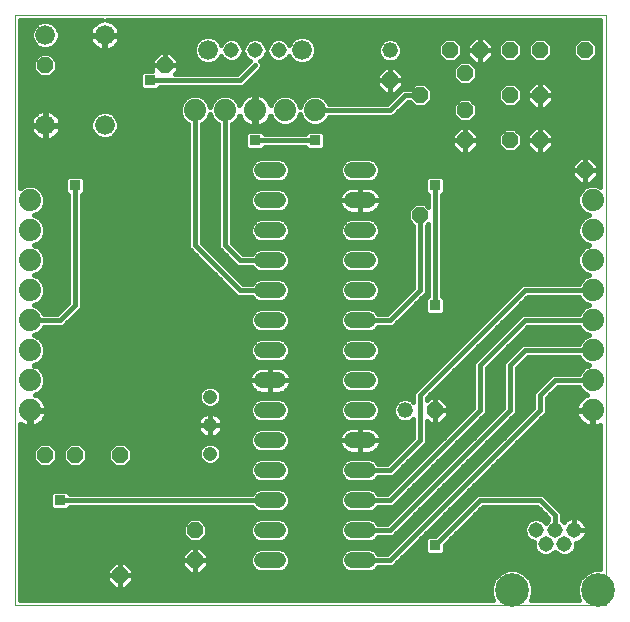
<source format=gbl>
G75*
%MOIN*%
%OFA0B0*%
%FSLAX25Y25*%
%IPPOS*%
%LPD*%
%AMOC8*
5,1,8,0,0,1.08239X$1,22.5*
%
%ADD10C,0.00000*%
%ADD11OC8,0.05200*%
%ADD12C,0.05200*%
%ADD13C,0.07400*%
%ADD14C,0.05200*%
%ADD15C,0.05150*%
%ADD16C,0.11220*%
%ADD17C,0.06600*%
%ADD18C,0.04756*%
%ADD19C,0.01600*%
%ADD20R,0.03562X0.03562*%
D10*
X0006800Y0011800D02*
X0006800Y0208650D01*
X0203650Y0208650D01*
X0203650Y0011800D01*
X0006800Y0011800D01*
D11*
X0041800Y0021800D03*
X0066800Y0026800D03*
X0066800Y0036800D03*
X0041800Y0061800D03*
X0026800Y0061800D03*
X0016800Y0061800D03*
X0141800Y0141800D03*
X0156800Y0166800D03*
X0156800Y0176800D03*
X0156800Y0189300D03*
X0151800Y0196800D03*
X0161800Y0196800D03*
X0171800Y0196800D03*
X0181800Y0196800D03*
X0181800Y0181800D03*
X0171800Y0181800D03*
X0171800Y0166800D03*
X0181800Y0166800D03*
X0196800Y0156800D03*
X0196800Y0196800D03*
X0141800Y0181800D03*
X0131800Y0186800D03*
X0056800Y0191800D03*
X0016800Y0191800D03*
X0146800Y0076800D03*
D12*
X0136800Y0076800D03*
X0131800Y0196800D03*
D13*
X0106800Y0176800D03*
X0096800Y0176800D03*
X0086800Y0176800D03*
X0076800Y0176800D03*
X0066800Y0176800D03*
X0011800Y0146800D03*
X0011800Y0136800D03*
X0011800Y0126800D03*
X0011800Y0116800D03*
X0011800Y0106800D03*
X0011800Y0096800D03*
X0011800Y0086800D03*
X0011800Y0076800D03*
X0199300Y0076800D03*
X0199300Y0086800D03*
X0199300Y0096800D03*
X0199300Y0106800D03*
X0199300Y0116800D03*
X0199300Y0126800D03*
X0199300Y0136800D03*
X0199300Y0146800D03*
D14*
X0124400Y0146800D02*
X0119200Y0146800D01*
X0119200Y0136800D02*
X0124400Y0136800D01*
X0124400Y0126800D02*
X0119200Y0126800D01*
X0119200Y0116800D02*
X0124400Y0116800D01*
X0124400Y0106800D02*
X0119200Y0106800D01*
X0119200Y0096800D02*
X0124400Y0096800D01*
X0124400Y0086800D02*
X0119200Y0086800D01*
X0119200Y0076800D02*
X0124400Y0076800D01*
X0124400Y0066800D02*
X0119200Y0066800D01*
X0119200Y0056800D02*
X0124400Y0056800D01*
X0124400Y0046800D02*
X0119200Y0046800D01*
X0119200Y0036800D02*
X0124400Y0036800D01*
X0124400Y0026800D02*
X0119200Y0026800D01*
X0094400Y0026800D02*
X0089200Y0026800D01*
X0089200Y0036800D02*
X0094400Y0036800D01*
X0094400Y0046800D02*
X0089200Y0046800D01*
X0089200Y0056800D02*
X0094400Y0056800D01*
X0094400Y0066800D02*
X0089200Y0066800D01*
X0089200Y0076800D02*
X0094400Y0076800D01*
X0094400Y0086800D02*
X0089200Y0086800D01*
X0089200Y0096800D02*
X0094400Y0096800D01*
X0094400Y0106800D02*
X0089200Y0106800D01*
X0089200Y0116800D02*
X0094400Y0116800D01*
X0094400Y0126800D02*
X0089200Y0126800D01*
X0089200Y0136800D02*
X0094400Y0136800D01*
X0094400Y0146800D02*
X0089200Y0146800D01*
X0089200Y0156800D02*
X0094400Y0156800D01*
X0119200Y0156800D02*
X0124400Y0156800D01*
D15*
X0094674Y0196800D03*
X0086800Y0196800D03*
X0078926Y0196800D03*
X0180501Y0036879D03*
X0183650Y0032154D03*
X0186800Y0036879D03*
X0189950Y0032154D03*
X0193099Y0036879D03*
D16*
X0201170Y0016800D03*
X0172430Y0016800D03*
D17*
X0036643Y0171800D03*
X0016957Y0171800D03*
X0016957Y0201800D03*
X0036643Y0201800D03*
X0071052Y0196800D03*
X0102548Y0196800D03*
D18*
X0071800Y0081300D03*
X0071800Y0071906D03*
X0071800Y0062300D03*
D19*
X0068708Y0064551D02*
X0044706Y0064551D01*
X0045800Y0063457D02*
X0043457Y0065800D01*
X0040143Y0065800D01*
X0037800Y0063457D01*
X0037800Y0060143D01*
X0040143Y0057800D01*
X0043457Y0057800D01*
X0045800Y0060143D01*
X0045800Y0063457D01*
X0045800Y0062952D02*
X0068022Y0062952D01*
X0068022Y0063051D02*
X0068022Y0061549D01*
X0068597Y0060160D01*
X0069660Y0059097D01*
X0071049Y0058522D01*
X0072551Y0058522D01*
X0073940Y0059097D01*
X0075003Y0060160D01*
X0075578Y0061549D01*
X0075578Y0063051D01*
X0075003Y0064440D01*
X0073940Y0065503D01*
X0072551Y0066078D01*
X0071049Y0066078D01*
X0069660Y0065503D01*
X0068597Y0064440D01*
X0068022Y0063051D01*
X0068103Y0061354D02*
X0045800Y0061354D01*
X0045412Y0059755D02*
X0069002Y0059755D01*
X0074598Y0059755D02*
X0086498Y0059755D01*
X0086934Y0060191D02*
X0085809Y0059066D01*
X0085200Y0057596D01*
X0085200Y0056004D01*
X0085809Y0054534D01*
X0086934Y0053409D01*
X0088404Y0052800D01*
X0095196Y0052800D01*
X0096666Y0053409D01*
X0097791Y0054534D01*
X0098400Y0056004D01*
X0098400Y0057596D01*
X0097791Y0059066D01*
X0096666Y0060191D01*
X0095196Y0060800D01*
X0088404Y0060800D01*
X0086934Y0060191D01*
X0085432Y0058157D02*
X0043814Y0058157D01*
X0039786Y0058157D02*
X0028814Y0058157D01*
X0028457Y0057800D02*
X0030800Y0060143D01*
X0030800Y0063457D01*
X0028457Y0065800D01*
X0025143Y0065800D01*
X0022800Y0063457D01*
X0022800Y0060143D01*
X0025143Y0057800D01*
X0028457Y0057800D01*
X0030412Y0059755D02*
X0038188Y0059755D01*
X0037800Y0061354D02*
X0030800Y0061354D01*
X0030800Y0062952D02*
X0037800Y0062952D01*
X0038894Y0064551D02*
X0029706Y0064551D01*
X0023894Y0064551D02*
X0019706Y0064551D01*
X0020800Y0063457D02*
X0018457Y0065800D01*
X0015143Y0065800D01*
X0012800Y0063457D01*
X0012800Y0060143D01*
X0015143Y0057800D01*
X0018457Y0057800D01*
X0020800Y0060143D01*
X0020800Y0063457D01*
X0020800Y0062952D02*
X0022800Y0062952D01*
X0022800Y0061354D02*
X0020800Y0061354D01*
X0020412Y0059755D02*
X0023188Y0059755D01*
X0024786Y0058157D02*
X0018814Y0058157D01*
X0014786Y0058157D02*
X0008600Y0058157D01*
X0008600Y0059755D02*
X0013188Y0059755D01*
X0012800Y0061354D02*
X0008600Y0061354D01*
X0008600Y0062952D02*
X0012800Y0062952D01*
X0013894Y0064551D02*
X0008600Y0064551D01*
X0008600Y0066149D02*
X0085200Y0066149D01*
X0085200Y0066004D02*
X0085809Y0064534D01*
X0086934Y0063409D01*
X0088404Y0062800D01*
X0095196Y0062800D01*
X0096666Y0063409D01*
X0097791Y0064534D01*
X0098400Y0066004D01*
X0098400Y0067596D01*
X0097791Y0069066D01*
X0096666Y0070191D01*
X0095196Y0070800D01*
X0088404Y0070800D01*
X0086934Y0070191D01*
X0085809Y0069066D01*
X0085200Y0067596D01*
X0085200Y0066004D01*
X0085802Y0064551D02*
X0074892Y0064551D01*
X0075578Y0062952D02*
X0088037Y0062952D01*
X0085263Y0067748D02*
X0072252Y0067748D01*
X0072129Y0067728D02*
X0072778Y0067831D01*
X0073404Y0068034D01*
X0073990Y0068333D01*
X0074522Y0068720D01*
X0074987Y0069185D01*
X0075373Y0069717D01*
X0075672Y0070303D01*
X0075875Y0070928D01*
X0075978Y0071577D01*
X0075978Y0071906D01*
X0071800Y0071906D01*
X0071800Y0067728D01*
X0072129Y0067728D01*
X0071800Y0067728D02*
X0071800Y0071906D01*
X0071800Y0071906D01*
X0071800Y0071906D01*
X0067622Y0071906D01*
X0067622Y0071577D01*
X0067725Y0070928D01*
X0067928Y0070303D01*
X0068227Y0069717D01*
X0068613Y0069185D01*
X0069078Y0068720D01*
X0069610Y0068333D01*
X0070196Y0068034D01*
X0070822Y0067831D01*
X0071471Y0067728D01*
X0071800Y0067728D01*
X0071800Y0067748D02*
X0071800Y0067748D01*
X0071348Y0067748D02*
X0008600Y0067748D01*
X0008600Y0069346D02*
X0068496Y0069346D01*
X0067722Y0070945D02*
X0008600Y0070945D01*
X0008917Y0072096D02*
X0009689Y0071703D01*
X0010512Y0071435D01*
X0011367Y0071300D01*
X0011600Y0071300D01*
X0011600Y0076600D01*
X0012000Y0076600D01*
X0012000Y0077000D01*
X0017300Y0077000D01*
X0017300Y0077233D01*
X0017165Y0078088D01*
X0016897Y0078911D01*
X0016504Y0079683D01*
X0015995Y0080383D01*
X0015383Y0080995D01*
X0014683Y0081504D01*
X0013911Y0081897D01*
X0013563Y0082010D01*
X0014689Y0082476D01*
X0016124Y0083911D01*
X0016900Y0085786D01*
X0016900Y0087814D01*
X0016124Y0089689D01*
X0014689Y0091124D01*
X0013056Y0091800D01*
X0014689Y0092476D01*
X0016124Y0093911D01*
X0016900Y0095786D01*
X0016900Y0097814D01*
X0016124Y0099689D01*
X0014689Y0101124D01*
X0013056Y0101800D01*
X0014689Y0102476D01*
X0016124Y0103911D01*
X0016409Y0104600D01*
X0022711Y0104600D01*
X0024000Y0105889D01*
X0029000Y0110889D01*
X0029000Y0148619D01*
X0029161Y0148619D01*
X0029981Y0149439D01*
X0029981Y0154161D01*
X0029161Y0154981D01*
X0024439Y0154981D01*
X0023619Y0154161D01*
X0023619Y0149439D01*
X0024439Y0148619D01*
X0024600Y0148619D01*
X0024600Y0112711D01*
X0020889Y0109000D01*
X0016409Y0109000D01*
X0016124Y0109689D01*
X0014689Y0111124D01*
X0013056Y0111800D01*
X0014689Y0112476D01*
X0016124Y0113911D01*
X0016900Y0115786D01*
X0016900Y0117814D01*
X0016124Y0119689D01*
X0014689Y0121124D01*
X0013056Y0121800D01*
X0014689Y0122476D01*
X0016124Y0123911D01*
X0016900Y0125786D01*
X0016900Y0127814D01*
X0016124Y0129689D01*
X0014689Y0131124D01*
X0013056Y0131800D01*
X0014689Y0132476D01*
X0016124Y0133911D01*
X0016900Y0135786D01*
X0016900Y0137814D01*
X0016124Y0139689D01*
X0014689Y0141124D01*
X0013056Y0141800D01*
X0014689Y0142476D01*
X0016124Y0143911D01*
X0016900Y0145786D01*
X0016900Y0147814D01*
X0016124Y0149689D01*
X0014689Y0151124D01*
X0012814Y0151900D01*
X0010786Y0151900D01*
X0008911Y0151124D01*
X0008600Y0150812D01*
X0008600Y0206850D01*
X0035928Y0206850D01*
X0035448Y0206774D01*
X0034685Y0206526D01*
X0033970Y0206162D01*
X0033320Y0205690D01*
X0032752Y0205122D01*
X0032281Y0204473D01*
X0031916Y0203758D01*
X0031668Y0202994D01*
X0031543Y0202201D01*
X0031543Y0201984D01*
X0036458Y0201984D01*
X0036458Y0201616D01*
X0031543Y0201616D01*
X0031543Y0201399D01*
X0031668Y0200606D01*
X0031916Y0199842D01*
X0032281Y0199127D01*
X0032752Y0198478D01*
X0033320Y0197910D01*
X0033970Y0197438D01*
X0034685Y0197074D01*
X0035448Y0196826D01*
X0036241Y0196700D01*
X0036458Y0196700D01*
X0036458Y0201616D01*
X0036827Y0201616D01*
X0036827Y0201984D01*
X0041743Y0201984D01*
X0041743Y0202201D01*
X0041617Y0202994D01*
X0041369Y0203758D01*
X0041004Y0204473D01*
X0040533Y0205122D01*
X0039965Y0205690D01*
X0039316Y0206162D01*
X0038600Y0206526D01*
X0037837Y0206774D01*
X0037357Y0206850D01*
X0201850Y0206850D01*
X0201850Y0151264D01*
X0200314Y0151900D01*
X0198286Y0151900D01*
X0196411Y0151124D01*
X0194976Y0149689D01*
X0194200Y0147814D01*
X0194200Y0145786D01*
X0194976Y0143911D01*
X0196411Y0142476D01*
X0198044Y0141800D01*
X0196411Y0141124D01*
X0194976Y0139689D01*
X0194200Y0137814D01*
X0194200Y0135786D01*
X0194976Y0133911D01*
X0196411Y0132476D01*
X0198044Y0131800D01*
X0196411Y0131124D01*
X0194976Y0129689D01*
X0194200Y0127814D01*
X0194200Y0125786D01*
X0194976Y0123911D01*
X0196411Y0122476D01*
X0198044Y0121800D01*
X0196411Y0121124D01*
X0194976Y0119689D01*
X0194691Y0119000D01*
X0175889Y0119000D01*
X0174600Y0117711D01*
X0139600Y0082711D01*
X0139600Y0079657D01*
X0139066Y0080191D01*
X0137596Y0080800D01*
X0136004Y0080800D01*
X0134534Y0080191D01*
X0133409Y0079066D01*
X0132800Y0077596D01*
X0132800Y0076004D01*
X0133409Y0074534D01*
X0134534Y0073409D01*
X0136004Y0072800D01*
X0137596Y0072800D01*
X0139066Y0073409D01*
X0139600Y0073943D01*
X0139600Y0067711D01*
X0130889Y0059000D01*
X0127818Y0059000D01*
X0127791Y0059066D01*
X0126666Y0060191D01*
X0125196Y0060800D01*
X0118404Y0060800D01*
X0116934Y0060191D01*
X0115809Y0059066D01*
X0115200Y0057596D01*
X0115200Y0056004D01*
X0115809Y0054534D01*
X0116934Y0053409D01*
X0118404Y0052800D01*
X0125196Y0052800D01*
X0126666Y0053409D01*
X0127791Y0054534D01*
X0127818Y0054600D01*
X0132711Y0054600D01*
X0134000Y0055889D01*
X0142711Y0064600D01*
X0142711Y0064600D01*
X0144000Y0065889D01*
X0144000Y0073377D01*
X0144977Y0072400D01*
X0146800Y0072400D01*
X0148623Y0072400D01*
X0151200Y0074977D01*
X0151200Y0076800D01*
X0151200Y0078623D01*
X0148623Y0081200D01*
X0146800Y0081200D01*
X0146800Y0076800D01*
X0146800Y0076800D01*
X0151200Y0076800D01*
X0146800Y0076800D01*
X0146800Y0076800D01*
X0146800Y0081200D01*
X0144977Y0081200D01*
X0144000Y0080223D01*
X0144000Y0080889D01*
X0177711Y0114600D01*
X0194691Y0114600D01*
X0194976Y0113911D01*
X0196411Y0112476D01*
X0198044Y0111800D01*
X0196411Y0111124D01*
X0194976Y0109689D01*
X0194691Y0109000D01*
X0175889Y0109000D01*
X0174600Y0107711D01*
X0159600Y0092711D01*
X0159600Y0077711D01*
X0130889Y0049000D01*
X0127818Y0049000D01*
X0127791Y0049066D01*
X0126666Y0050191D01*
X0125196Y0050800D01*
X0118404Y0050800D01*
X0116934Y0050191D01*
X0115809Y0049066D01*
X0115200Y0047596D01*
X0115200Y0046004D01*
X0115809Y0044534D01*
X0116934Y0043409D01*
X0118404Y0042800D01*
X0125196Y0042800D01*
X0126666Y0043409D01*
X0127791Y0044534D01*
X0127818Y0044600D01*
X0132711Y0044600D01*
X0162711Y0074600D01*
X0164000Y0075889D01*
X0164000Y0090889D01*
X0177711Y0104600D01*
X0194691Y0104600D01*
X0194976Y0103911D01*
X0196411Y0102476D01*
X0198044Y0101800D01*
X0196411Y0101124D01*
X0194976Y0099689D01*
X0194691Y0099000D01*
X0175889Y0099000D01*
X0174600Y0097711D01*
X0169600Y0092711D01*
X0169600Y0077711D01*
X0130889Y0039000D01*
X0127818Y0039000D01*
X0127791Y0039066D01*
X0126666Y0040191D01*
X0125196Y0040800D01*
X0118404Y0040800D01*
X0116934Y0040191D01*
X0115809Y0039066D01*
X0115200Y0037596D01*
X0115200Y0036004D01*
X0115809Y0034534D01*
X0116934Y0033409D01*
X0118404Y0032800D01*
X0125196Y0032800D01*
X0126666Y0033409D01*
X0127791Y0034534D01*
X0127818Y0034600D01*
X0132711Y0034600D01*
X0172711Y0074600D01*
X0174000Y0075889D01*
X0174000Y0090889D01*
X0177711Y0094600D01*
X0194691Y0094600D01*
X0194976Y0093911D01*
X0196411Y0092476D01*
X0198044Y0091800D01*
X0196411Y0091124D01*
X0194976Y0089689D01*
X0194691Y0089000D01*
X0185889Y0089000D01*
X0184600Y0087711D01*
X0179600Y0082711D01*
X0179600Y0077711D01*
X0130889Y0029000D01*
X0127818Y0029000D01*
X0127791Y0029066D01*
X0126666Y0030191D01*
X0125196Y0030800D01*
X0118404Y0030800D01*
X0116934Y0030191D01*
X0115809Y0029066D01*
X0115200Y0027596D01*
X0115200Y0026004D01*
X0115809Y0024534D01*
X0116934Y0023409D01*
X0118404Y0022800D01*
X0125196Y0022800D01*
X0126666Y0023409D01*
X0127791Y0024534D01*
X0127818Y0024600D01*
X0132711Y0024600D01*
X0182711Y0074600D01*
X0184000Y0075889D01*
X0184000Y0080889D01*
X0187711Y0084600D01*
X0194691Y0084600D01*
X0194976Y0083911D01*
X0196411Y0082476D01*
X0197537Y0082010D01*
X0197189Y0081897D01*
X0196417Y0081504D01*
X0195717Y0080995D01*
X0195105Y0080383D01*
X0194596Y0079683D01*
X0194203Y0078911D01*
X0193935Y0078088D01*
X0193800Y0077233D01*
X0193800Y0077000D01*
X0199100Y0077000D01*
X0199100Y0076600D01*
X0199500Y0076600D01*
X0199500Y0071300D01*
X0199733Y0071300D01*
X0200588Y0071435D01*
X0201411Y0071703D01*
X0201850Y0071927D01*
X0201850Y0023810D01*
X0199776Y0023810D01*
X0197199Y0022743D01*
X0195227Y0020771D01*
X0194160Y0018194D01*
X0179440Y0018194D01*
X0178373Y0020771D01*
X0176401Y0022743D01*
X0173824Y0023810D01*
X0171035Y0023810D01*
X0168459Y0022743D01*
X0166487Y0020771D01*
X0165420Y0018194D01*
X0044417Y0018194D01*
X0043623Y0017400D02*
X0046200Y0019977D01*
X0046200Y0021800D01*
X0046200Y0023623D01*
X0043623Y0026200D01*
X0041800Y0026200D01*
X0041800Y0021800D01*
X0041800Y0021800D01*
X0046200Y0021800D01*
X0041800Y0021800D01*
X0041800Y0021800D01*
X0041800Y0021800D01*
X0037400Y0021800D01*
X0037400Y0023623D01*
X0039977Y0026200D01*
X0041800Y0026200D01*
X0041800Y0021800D01*
X0041800Y0017400D01*
X0043623Y0017400D01*
X0041800Y0017400D02*
X0041800Y0021800D01*
X0041800Y0021800D01*
X0037400Y0021800D01*
X0037400Y0019977D01*
X0039977Y0017400D01*
X0041800Y0017400D01*
X0041800Y0018194D02*
X0041800Y0018194D01*
X0041800Y0019793D02*
X0041800Y0019793D01*
X0041800Y0021391D02*
X0041800Y0021391D01*
X0041800Y0022990D02*
X0041800Y0022990D01*
X0041800Y0024588D02*
X0041800Y0024588D01*
X0041800Y0026187D02*
X0041800Y0026187D01*
X0043636Y0026187D02*
X0062400Y0026187D01*
X0062400Y0026800D02*
X0062400Y0024977D01*
X0064977Y0022400D01*
X0066800Y0022400D01*
X0068623Y0022400D01*
X0071200Y0024977D01*
X0071200Y0026800D01*
X0071200Y0028623D01*
X0068623Y0031200D01*
X0066800Y0031200D01*
X0066800Y0026800D01*
X0066800Y0026800D01*
X0071200Y0026800D01*
X0066800Y0026800D01*
X0066800Y0026800D01*
X0066800Y0026800D01*
X0062400Y0026800D01*
X0062400Y0028623D01*
X0064977Y0031200D01*
X0066800Y0031200D01*
X0066800Y0026800D01*
X0066800Y0022400D01*
X0066800Y0026800D01*
X0066800Y0026800D01*
X0062400Y0026800D01*
X0062400Y0027785D02*
X0008600Y0027785D01*
X0008600Y0026187D02*
X0039964Y0026187D01*
X0038366Y0024588D02*
X0008600Y0024588D01*
X0008600Y0022990D02*
X0037400Y0022990D01*
X0037400Y0021391D02*
X0008600Y0021391D01*
X0008600Y0019793D02*
X0037585Y0019793D01*
X0039183Y0018194D02*
X0008600Y0018194D01*
X0008600Y0016596D02*
X0165420Y0016596D01*
X0165420Y0015406D02*
X0166168Y0013600D01*
X0008600Y0013600D01*
X0008600Y0072327D01*
X0008917Y0072096D01*
X0011600Y0072543D02*
X0012000Y0072543D01*
X0012000Y0071300D02*
X0012233Y0071300D01*
X0013088Y0071435D01*
X0013911Y0071703D01*
X0014683Y0072096D01*
X0015383Y0072605D01*
X0015995Y0073217D01*
X0016504Y0073917D01*
X0016897Y0074689D01*
X0017165Y0075512D01*
X0017300Y0076367D01*
X0017300Y0076600D01*
X0012000Y0076600D01*
X0012000Y0071300D01*
X0012000Y0074142D02*
X0011600Y0074142D01*
X0011600Y0075740D02*
X0012000Y0075740D01*
X0015298Y0072543D02*
X0067671Y0072543D01*
X0067622Y0072235D02*
X0067622Y0071906D01*
X0071800Y0071906D01*
X0071800Y0071906D01*
X0075978Y0071906D01*
X0075978Y0072235D01*
X0075875Y0072885D01*
X0075672Y0073510D01*
X0075373Y0074096D01*
X0074987Y0074628D01*
X0074522Y0075093D01*
X0073990Y0075480D01*
X0073404Y0075778D01*
X0072778Y0075981D01*
X0072129Y0076084D01*
X0071800Y0076084D01*
X0071800Y0071906D01*
X0071800Y0076084D01*
X0071471Y0076084D01*
X0070822Y0075981D01*
X0070196Y0075778D01*
X0069610Y0075480D01*
X0069078Y0075093D01*
X0068613Y0074628D01*
X0068227Y0074096D01*
X0067928Y0073510D01*
X0067725Y0072885D01*
X0067622Y0072235D01*
X0068260Y0074142D02*
X0016618Y0074142D01*
X0017201Y0075740D02*
X0070122Y0075740D01*
X0071800Y0075740D02*
X0071800Y0075740D01*
X0071800Y0074142D02*
X0071800Y0074142D01*
X0071800Y0072543D02*
X0071800Y0072543D01*
X0071800Y0071906D02*
X0071800Y0071906D01*
X0071800Y0070945D02*
X0071800Y0070945D01*
X0071800Y0069346D02*
X0071800Y0069346D01*
X0075104Y0069346D02*
X0086090Y0069346D01*
X0086934Y0073409D02*
X0088404Y0072800D01*
X0095196Y0072800D01*
X0096666Y0073409D01*
X0097791Y0074534D01*
X0098400Y0076004D01*
X0098400Y0077596D01*
X0097791Y0079066D01*
X0096666Y0080191D01*
X0095196Y0080800D01*
X0088404Y0080800D01*
X0086934Y0080191D01*
X0085809Y0079066D01*
X0085200Y0077596D01*
X0085200Y0076004D01*
X0085809Y0074534D01*
X0086934Y0073409D01*
X0086201Y0074142D02*
X0075340Y0074142D01*
X0075929Y0072543D02*
X0139600Y0072543D01*
X0139600Y0070945D02*
X0125882Y0070945D01*
X0126089Y0070878D02*
X0125430Y0071092D01*
X0124746Y0071200D01*
X0121800Y0071200D01*
X0121800Y0066800D01*
X0121800Y0066800D01*
X0128800Y0066800D01*
X0128800Y0067146D01*
X0128692Y0067830D01*
X0128478Y0068489D01*
X0128163Y0069106D01*
X0127756Y0069666D01*
X0127266Y0070156D01*
X0126706Y0070563D01*
X0126089Y0070878D01*
X0125196Y0072800D02*
X0126666Y0073409D01*
X0127791Y0074534D01*
X0128400Y0076004D01*
X0128400Y0077596D01*
X0127791Y0079066D01*
X0126666Y0080191D01*
X0125196Y0080800D01*
X0118404Y0080800D01*
X0116934Y0080191D01*
X0115809Y0079066D01*
X0115200Y0077596D01*
X0115200Y0076004D01*
X0115809Y0074534D01*
X0116934Y0073409D01*
X0118404Y0072800D01*
X0125196Y0072800D01*
X0127399Y0074142D02*
X0133801Y0074142D01*
X0132909Y0075740D02*
X0128291Y0075740D01*
X0128400Y0077339D02*
X0132800Y0077339D01*
X0133356Y0078937D02*
X0127844Y0078937D01*
X0125833Y0080536D02*
X0135367Y0080536D01*
X0138233Y0080536D02*
X0139600Y0080536D01*
X0139600Y0082134D02*
X0075544Y0082134D01*
X0075578Y0082051D02*
X0075003Y0083440D01*
X0073940Y0084503D01*
X0072551Y0085078D01*
X0071049Y0085078D01*
X0069660Y0084503D01*
X0068597Y0083440D01*
X0068022Y0082051D01*
X0068022Y0080549D01*
X0068597Y0079160D01*
X0069660Y0078097D01*
X0071049Y0077522D01*
X0072551Y0077522D01*
X0073940Y0078097D01*
X0075003Y0079160D01*
X0075578Y0080549D01*
X0075578Y0082051D01*
X0075573Y0080536D02*
X0087767Y0080536D01*
X0088170Y0082508D02*
X0087511Y0082722D01*
X0086894Y0083037D01*
X0086334Y0083444D01*
X0085844Y0083934D01*
X0085437Y0084494D01*
X0085122Y0085111D01*
X0084908Y0085770D01*
X0084800Y0086454D01*
X0084800Y0086800D01*
X0091800Y0086800D01*
X0091800Y0086800D01*
X0091800Y0091200D01*
X0094746Y0091200D01*
X0095430Y0091092D01*
X0096089Y0090878D01*
X0096706Y0090563D01*
X0097266Y0090156D01*
X0097756Y0089666D01*
X0098163Y0089106D01*
X0098478Y0088489D01*
X0098692Y0087830D01*
X0098800Y0087146D01*
X0098800Y0086800D01*
X0091800Y0086800D01*
X0091800Y0086800D01*
X0091800Y0082400D01*
X0094746Y0082400D01*
X0095430Y0082508D01*
X0096089Y0082722D01*
X0096706Y0083037D01*
X0097266Y0083444D01*
X0097756Y0083934D01*
X0098163Y0084494D01*
X0098478Y0085111D01*
X0098692Y0085770D01*
X0098800Y0086454D01*
X0098800Y0086800D01*
X0091800Y0086800D01*
X0091800Y0086800D01*
X0091800Y0086800D01*
X0091800Y0091200D01*
X0088854Y0091200D01*
X0088170Y0091092D01*
X0087511Y0090878D01*
X0086894Y0090563D01*
X0086334Y0090156D01*
X0085844Y0089666D01*
X0085437Y0089106D01*
X0085122Y0088489D01*
X0084908Y0087830D01*
X0084800Y0087146D01*
X0084800Y0086800D01*
X0091800Y0086800D01*
X0091800Y0082400D01*
X0088854Y0082400D01*
X0088170Y0082508D01*
X0086044Y0083733D02*
X0074710Y0083733D01*
X0068890Y0083733D02*
X0015945Y0083733D01*
X0016712Y0085332D02*
X0085051Y0085332D01*
X0084800Y0086930D02*
X0016900Y0086930D01*
X0016604Y0088529D02*
X0085143Y0088529D01*
X0086305Y0090127D02*
X0015685Y0090127D01*
X0013236Y0091726D02*
X0148614Y0091726D01*
X0150213Y0093324D02*
X0126461Y0093324D01*
X0126666Y0093409D02*
X0127791Y0094534D01*
X0128400Y0096004D01*
X0128400Y0097596D01*
X0127791Y0099066D01*
X0126666Y0100191D01*
X0125196Y0100800D01*
X0118404Y0100800D01*
X0116934Y0100191D01*
X0115809Y0099066D01*
X0115200Y0097596D01*
X0115200Y0096004D01*
X0115809Y0094534D01*
X0116934Y0093409D01*
X0118404Y0092800D01*
X0125196Y0092800D01*
X0126666Y0093409D01*
X0127952Y0094923D02*
X0151811Y0094923D01*
X0153410Y0096521D02*
X0128400Y0096521D01*
X0128183Y0098120D02*
X0155008Y0098120D01*
X0156607Y0099718D02*
X0127139Y0099718D01*
X0125474Y0102915D02*
X0159804Y0102915D01*
X0158205Y0101317D02*
X0014223Y0101317D01*
X0015128Y0102915D02*
X0088126Y0102915D01*
X0088404Y0102800D02*
X0095196Y0102800D01*
X0096666Y0103409D01*
X0097791Y0104534D01*
X0098400Y0106004D01*
X0098400Y0107596D01*
X0097791Y0109066D01*
X0096666Y0110191D01*
X0095196Y0110800D01*
X0088404Y0110800D01*
X0086934Y0110191D01*
X0085809Y0109066D01*
X0085200Y0107596D01*
X0085200Y0106004D01*
X0085809Y0104534D01*
X0086934Y0103409D01*
X0088404Y0102800D01*
X0088404Y0100800D02*
X0086934Y0100191D01*
X0085809Y0099066D01*
X0085200Y0097596D01*
X0085200Y0096004D01*
X0085809Y0094534D01*
X0086934Y0093409D01*
X0088404Y0092800D01*
X0095196Y0092800D01*
X0096666Y0093409D01*
X0097791Y0094534D01*
X0098400Y0096004D01*
X0098400Y0097596D01*
X0097791Y0099066D01*
X0096666Y0100191D01*
X0095196Y0100800D01*
X0088404Y0100800D01*
X0086461Y0099718D02*
X0016094Y0099718D01*
X0016774Y0098120D02*
X0085417Y0098120D01*
X0085200Y0096521D02*
X0016900Y0096521D01*
X0016543Y0094923D02*
X0085648Y0094923D01*
X0087139Y0093324D02*
X0015537Y0093324D01*
X0016373Y0104514D02*
X0085829Y0104514D01*
X0085200Y0106112D02*
X0024223Y0106112D01*
X0025822Y0107711D02*
X0085248Y0107711D01*
X0086052Y0109309D02*
X0027420Y0109309D01*
X0029000Y0110908D02*
X0132796Y0110908D01*
X0131198Y0109309D02*
X0127548Y0109309D01*
X0127791Y0109066D02*
X0126666Y0110191D01*
X0125196Y0110800D01*
X0118404Y0110800D01*
X0116934Y0110191D01*
X0115809Y0109066D01*
X0115200Y0107596D01*
X0115200Y0106004D01*
X0115809Y0104534D01*
X0116934Y0103409D01*
X0118404Y0102800D01*
X0125196Y0102800D01*
X0126666Y0103409D01*
X0127791Y0104534D01*
X0127818Y0104600D01*
X0132711Y0104600D01*
X0134000Y0105889D01*
X0144000Y0115889D01*
X0144000Y0138343D01*
X0144600Y0138943D01*
X0144600Y0114981D01*
X0144439Y0114981D01*
X0143619Y0114161D01*
X0143619Y0109439D01*
X0144439Y0108619D01*
X0149161Y0108619D01*
X0149981Y0109439D01*
X0149981Y0114161D01*
X0149161Y0114981D01*
X0149000Y0114981D01*
X0149000Y0148619D01*
X0149161Y0148619D01*
X0149981Y0149439D01*
X0149981Y0154161D01*
X0149161Y0154981D01*
X0144439Y0154981D01*
X0143619Y0154161D01*
X0143619Y0149439D01*
X0144439Y0148619D01*
X0144600Y0148619D01*
X0144600Y0144657D01*
X0143457Y0145800D01*
X0140143Y0145800D01*
X0137800Y0143457D01*
X0137800Y0140143D01*
X0139600Y0138343D01*
X0139600Y0117711D01*
X0130889Y0109000D01*
X0127818Y0109000D01*
X0127791Y0109066D01*
X0126666Y0113409D02*
X0125196Y0112800D01*
X0118404Y0112800D01*
X0116934Y0113409D01*
X0115809Y0114534D01*
X0115200Y0116004D01*
X0115200Y0117596D01*
X0115809Y0119066D01*
X0116934Y0120191D01*
X0118404Y0120800D01*
X0125196Y0120800D01*
X0126666Y0120191D01*
X0127791Y0119066D01*
X0128400Y0117596D01*
X0128400Y0116004D01*
X0127791Y0114534D01*
X0126666Y0113409D01*
X0127362Y0114105D02*
X0135993Y0114105D01*
X0134395Y0112506D02*
X0029000Y0112506D01*
X0029000Y0114105D02*
X0086238Y0114105D01*
X0085809Y0114534D02*
X0086934Y0113409D01*
X0088404Y0112800D01*
X0095196Y0112800D01*
X0096666Y0113409D01*
X0097791Y0114534D01*
X0098400Y0116004D01*
X0098400Y0117596D01*
X0097791Y0119066D01*
X0096666Y0120191D01*
X0095196Y0120800D01*
X0088404Y0120800D01*
X0086934Y0120191D01*
X0085809Y0119066D01*
X0085782Y0119000D01*
X0082711Y0119000D01*
X0069000Y0132711D01*
X0069000Y0172191D01*
X0069689Y0172476D01*
X0071124Y0173911D01*
X0071800Y0175544D01*
X0072476Y0173911D01*
X0073911Y0172476D01*
X0074600Y0172191D01*
X0074600Y0130889D01*
X0080889Y0124600D01*
X0085782Y0124600D01*
X0085809Y0124534D01*
X0086934Y0123409D01*
X0088404Y0122800D01*
X0095196Y0122800D01*
X0096666Y0123409D01*
X0097791Y0124534D01*
X0098400Y0126004D01*
X0098400Y0127596D01*
X0097791Y0129066D01*
X0096666Y0130191D01*
X0095196Y0130800D01*
X0088404Y0130800D01*
X0086934Y0130191D01*
X0085809Y0129066D01*
X0085782Y0129000D01*
X0082711Y0129000D01*
X0079000Y0132711D01*
X0079000Y0172191D01*
X0079689Y0172476D01*
X0081124Y0173911D01*
X0081590Y0175037D01*
X0081703Y0174689D01*
X0082096Y0173917D01*
X0082605Y0173217D01*
X0083217Y0172605D01*
X0083917Y0172096D01*
X0084689Y0171703D01*
X0085512Y0171435D01*
X0086367Y0171300D01*
X0086600Y0171300D01*
X0086600Y0176600D01*
X0087000Y0176600D01*
X0087000Y0171300D01*
X0087233Y0171300D01*
X0088088Y0171435D01*
X0088911Y0171703D01*
X0089683Y0172096D01*
X0090383Y0172605D01*
X0090995Y0173217D01*
X0091504Y0173917D01*
X0091897Y0174689D01*
X0092010Y0175037D01*
X0092476Y0173911D01*
X0093911Y0172476D01*
X0095786Y0171700D01*
X0097814Y0171700D01*
X0099689Y0172476D01*
X0101124Y0173911D01*
X0101800Y0175544D01*
X0102476Y0173911D01*
X0103911Y0172476D01*
X0105786Y0171700D01*
X0107814Y0171700D01*
X0109689Y0172476D01*
X0111124Y0173911D01*
X0111409Y0174600D01*
X0132711Y0174600D01*
X0137711Y0179600D01*
X0138343Y0179600D01*
X0140143Y0177800D01*
X0143457Y0177800D01*
X0145800Y0180143D01*
X0145800Y0183457D01*
X0143457Y0185800D01*
X0140143Y0185800D01*
X0138343Y0184000D01*
X0135889Y0184000D01*
X0134600Y0182711D01*
X0130889Y0179000D01*
X0111409Y0179000D01*
X0111124Y0179689D01*
X0109689Y0181124D01*
X0107814Y0181900D01*
X0105786Y0181900D01*
X0103911Y0181124D01*
X0102476Y0179689D01*
X0101800Y0178056D01*
X0101124Y0179689D01*
X0099689Y0181124D01*
X0097814Y0181900D01*
X0095786Y0181900D01*
X0093911Y0181124D01*
X0092476Y0179689D01*
X0092010Y0178563D01*
X0091897Y0178911D01*
X0091504Y0179683D01*
X0090995Y0180383D01*
X0090383Y0180995D01*
X0089683Y0181504D01*
X0088911Y0181897D01*
X0088088Y0182165D01*
X0087233Y0182300D01*
X0087000Y0182300D01*
X0087000Y0177000D01*
X0086600Y0177000D01*
X0086600Y0182300D01*
X0086367Y0182300D01*
X0085512Y0182165D01*
X0084689Y0181897D01*
X0083917Y0181504D01*
X0083217Y0180995D01*
X0082605Y0180383D01*
X0082096Y0179683D01*
X0081703Y0178911D01*
X0081590Y0178563D01*
X0081124Y0179689D01*
X0079689Y0181124D01*
X0077814Y0181900D01*
X0075786Y0181900D01*
X0073911Y0181124D01*
X0072476Y0179689D01*
X0071800Y0178056D01*
X0071124Y0179689D01*
X0069689Y0181124D01*
X0067814Y0181900D01*
X0065786Y0181900D01*
X0063911Y0181124D01*
X0062476Y0179689D01*
X0061700Y0177814D01*
X0061700Y0175786D01*
X0062476Y0173911D01*
X0063911Y0172476D01*
X0064600Y0172191D01*
X0064600Y0130889D01*
X0079600Y0115889D01*
X0080889Y0114600D01*
X0085782Y0114600D01*
X0085809Y0114534D01*
X0081800Y0116800D02*
X0091800Y0116800D01*
X0087677Y0120499D02*
X0081212Y0120499D01*
X0079614Y0122097D02*
X0139600Y0122097D01*
X0139600Y0120499D02*
X0125923Y0120499D01*
X0125196Y0122800D02*
X0126666Y0123409D01*
X0127791Y0124534D01*
X0128400Y0126004D01*
X0128400Y0127596D01*
X0127791Y0129066D01*
X0126666Y0130191D01*
X0125196Y0130800D01*
X0118404Y0130800D01*
X0116934Y0130191D01*
X0115809Y0129066D01*
X0115200Y0127596D01*
X0115200Y0126004D01*
X0115809Y0124534D01*
X0116934Y0123409D01*
X0118404Y0122800D01*
X0125196Y0122800D01*
X0126953Y0123696D02*
X0139600Y0123696D01*
X0139600Y0125294D02*
X0128106Y0125294D01*
X0128400Y0126893D02*
X0139600Y0126893D01*
X0139600Y0128491D02*
X0128029Y0128491D01*
X0126767Y0130090D02*
X0139600Y0130090D01*
X0139600Y0131688D02*
X0080023Y0131688D01*
X0079000Y0133287D02*
X0087229Y0133287D01*
X0086934Y0133409D02*
X0088404Y0132800D01*
X0095196Y0132800D01*
X0096666Y0133409D01*
X0097791Y0134534D01*
X0098400Y0136004D01*
X0098400Y0137596D01*
X0097791Y0139066D01*
X0096666Y0140191D01*
X0095196Y0140800D01*
X0088404Y0140800D01*
X0086934Y0140191D01*
X0085809Y0139066D01*
X0085200Y0137596D01*
X0085200Y0136004D01*
X0085809Y0134534D01*
X0086934Y0133409D01*
X0085663Y0134885D02*
X0079000Y0134885D01*
X0079000Y0136484D02*
X0085200Y0136484D01*
X0085402Y0138082D02*
X0079000Y0138082D01*
X0079000Y0139681D02*
X0086424Y0139681D01*
X0088216Y0142878D02*
X0079000Y0142878D01*
X0079000Y0144476D02*
X0085867Y0144476D01*
X0085809Y0144534D02*
X0086934Y0143409D01*
X0088404Y0142800D01*
X0095196Y0142800D01*
X0096666Y0143409D01*
X0097791Y0144534D01*
X0098400Y0146004D01*
X0098400Y0147596D01*
X0097791Y0149066D01*
X0096666Y0150191D01*
X0095196Y0150800D01*
X0088404Y0150800D01*
X0086934Y0150191D01*
X0085809Y0149066D01*
X0085200Y0147596D01*
X0085200Y0146004D01*
X0085809Y0144534D01*
X0085200Y0146075D02*
X0079000Y0146075D01*
X0079000Y0147673D02*
X0085232Y0147673D01*
X0086015Y0149272D02*
X0079000Y0149272D01*
X0079000Y0150870D02*
X0117497Y0150870D01*
X0117511Y0150878D02*
X0116894Y0150563D01*
X0116334Y0150156D01*
X0115844Y0149666D01*
X0115437Y0149106D01*
X0115122Y0148489D01*
X0114908Y0147830D01*
X0114800Y0147146D01*
X0114800Y0146800D01*
X0121800Y0146800D01*
X0121800Y0146800D01*
X0121800Y0151200D01*
X0124746Y0151200D01*
X0125430Y0151092D01*
X0126089Y0150878D01*
X0126706Y0150563D01*
X0127266Y0150156D01*
X0127756Y0149666D01*
X0128163Y0149106D01*
X0128478Y0148489D01*
X0128692Y0147830D01*
X0128800Y0147146D01*
X0128800Y0146800D01*
X0121800Y0146800D01*
X0121800Y0146800D01*
X0121800Y0142400D01*
X0124746Y0142400D01*
X0125430Y0142508D01*
X0126089Y0142722D01*
X0126706Y0143037D01*
X0127266Y0143444D01*
X0127756Y0143934D01*
X0128163Y0144494D01*
X0128478Y0145111D01*
X0128692Y0145770D01*
X0128800Y0146454D01*
X0128800Y0146800D01*
X0121800Y0146800D01*
X0121800Y0146800D01*
X0121800Y0146800D01*
X0121800Y0151200D01*
X0118854Y0151200D01*
X0118170Y0151092D01*
X0117511Y0150878D01*
X0118404Y0152800D02*
X0116934Y0153409D01*
X0115809Y0154534D01*
X0115200Y0156004D01*
X0115200Y0157596D01*
X0115809Y0159066D01*
X0116934Y0160191D01*
X0118404Y0160800D01*
X0125196Y0160800D01*
X0126666Y0160191D01*
X0127791Y0159066D01*
X0128400Y0157596D01*
X0128400Y0156004D01*
X0127791Y0154534D01*
X0126666Y0153409D01*
X0125196Y0152800D01*
X0118404Y0152800D01*
X0116276Y0154068D02*
X0097324Y0154068D01*
X0097791Y0154534D02*
X0098400Y0156004D01*
X0098400Y0157596D01*
X0097791Y0159066D01*
X0096666Y0160191D01*
X0095196Y0160800D01*
X0088404Y0160800D01*
X0086934Y0160191D01*
X0085809Y0159066D01*
X0085200Y0157596D01*
X0085200Y0156004D01*
X0085809Y0154534D01*
X0086934Y0153409D01*
X0088404Y0152800D01*
X0095196Y0152800D01*
X0096666Y0153409D01*
X0097791Y0154534D01*
X0098260Y0155666D02*
X0115340Y0155666D01*
X0115200Y0157265D02*
X0098400Y0157265D01*
X0097875Y0158863D02*
X0115725Y0158863D01*
X0117587Y0160462D02*
X0096013Y0160462D01*
X0089981Y0164439D02*
X0089981Y0164600D01*
X0103619Y0164600D01*
X0103619Y0164439D01*
X0104439Y0163619D01*
X0109161Y0163619D01*
X0109981Y0164439D01*
X0109981Y0169161D01*
X0109161Y0169981D01*
X0104439Y0169981D01*
X0103619Y0169161D01*
X0103619Y0169000D01*
X0089981Y0169000D01*
X0089981Y0169161D01*
X0089161Y0169981D01*
X0084439Y0169981D01*
X0083619Y0169161D01*
X0083619Y0164439D01*
X0084439Y0163619D01*
X0089161Y0163619D01*
X0089981Y0164439D01*
X0089201Y0163659D02*
X0104399Y0163659D01*
X0106800Y0166800D02*
X0086800Y0166800D01*
X0083619Y0166856D02*
X0079000Y0166856D01*
X0079000Y0168454D02*
X0083619Y0168454D01*
X0083619Y0165257D02*
X0079000Y0165257D01*
X0079000Y0163659D02*
X0084399Y0163659D01*
X0087587Y0160462D02*
X0079000Y0160462D01*
X0079000Y0162060D02*
X0201850Y0162060D01*
X0201850Y0160462D02*
X0199361Y0160462D01*
X0198623Y0161200D02*
X0201200Y0158623D01*
X0201200Y0156800D01*
X0196800Y0156800D01*
X0196800Y0156800D01*
X0196800Y0161200D01*
X0198623Y0161200D01*
X0196800Y0161200D02*
X0194977Y0161200D01*
X0192400Y0158623D01*
X0192400Y0156800D01*
X0196800Y0156800D01*
X0196800Y0156800D01*
X0196800Y0156800D01*
X0196800Y0161200D01*
X0196800Y0160462D02*
X0196800Y0160462D01*
X0196800Y0158863D02*
X0196800Y0158863D01*
X0196800Y0157265D02*
X0196800Y0157265D01*
X0196800Y0156800D02*
X0192400Y0156800D01*
X0192400Y0154977D01*
X0194977Y0152400D01*
X0196800Y0152400D01*
X0198623Y0152400D01*
X0201200Y0154977D01*
X0201200Y0156800D01*
X0196800Y0156800D01*
X0196800Y0152400D01*
X0196800Y0156800D01*
X0196800Y0156800D01*
X0196800Y0155666D02*
X0196800Y0155666D01*
X0196800Y0154068D02*
X0196800Y0154068D01*
X0196800Y0152469D02*
X0196800Y0152469D01*
X0196158Y0150870D02*
X0149981Y0150870D01*
X0149981Y0152469D02*
X0194908Y0152469D01*
X0193310Y0154068D02*
X0149981Y0154068D01*
X0146800Y0151800D02*
X0146800Y0111800D01*
X0143619Y0112506D02*
X0140617Y0112506D01*
X0139019Y0110908D02*
X0143619Y0110908D01*
X0143749Y0109309D02*
X0137420Y0109309D01*
X0135822Y0107711D02*
X0164599Y0107711D01*
X0163001Y0106112D02*
X0134223Y0106112D01*
X0131800Y0106800D02*
X0121800Y0106800D01*
X0118126Y0102915D02*
X0095474Y0102915D01*
X0097771Y0104514D02*
X0115829Y0104514D01*
X0115200Y0106112D02*
X0098400Y0106112D01*
X0098352Y0107711D02*
X0115248Y0107711D01*
X0116052Y0109309D02*
X0097548Y0109309D01*
X0097362Y0114105D02*
X0116238Y0114105D01*
X0115325Y0115703D02*
X0098275Y0115703D01*
X0098400Y0117302D02*
X0115200Y0117302D01*
X0115740Y0118900D02*
X0097860Y0118900D01*
X0095923Y0120499D02*
X0117677Y0120499D01*
X0116647Y0123696D02*
X0096953Y0123696D01*
X0098106Y0125294D02*
X0115494Y0125294D01*
X0115200Y0126893D02*
X0098400Y0126893D01*
X0098029Y0128491D02*
X0115571Y0128491D01*
X0116833Y0130090D02*
X0096767Y0130090D01*
X0096371Y0133287D02*
X0117229Y0133287D01*
X0116934Y0133409D02*
X0118404Y0132800D01*
X0125196Y0132800D01*
X0126666Y0133409D01*
X0127791Y0134534D01*
X0128400Y0136004D01*
X0128400Y0137596D01*
X0127791Y0139066D01*
X0126666Y0140191D01*
X0125196Y0140800D01*
X0118404Y0140800D01*
X0116934Y0140191D01*
X0115809Y0139066D01*
X0115200Y0137596D01*
X0115200Y0136004D01*
X0115809Y0134534D01*
X0116934Y0133409D01*
X0115663Y0134885D02*
X0097936Y0134885D01*
X0098400Y0136484D02*
X0115200Y0136484D01*
X0115402Y0138082D02*
X0098198Y0138082D01*
X0097176Y0139681D02*
X0116424Y0139681D01*
X0117511Y0142722D02*
X0116894Y0143037D01*
X0116334Y0143444D01*
X0115844Y0143934D01*
X0115437Y0144494D01*
X0115122Y0145111D01*
X0114908Y0145770D01*
X0114800Y0146454D01*
X0114800Y0146800D01*
X0121800Y0146800D01*
X0121800Y0142400D01*
X0118854Y0142400D01*
X0118170Y0142508D01*
X0117511Y0142722D01*
X0117206Y0142878D02*
X0095384Y0142878D01*
X0097733Y0144476D02*
X0115449Y0144476D01*
X0114860Y0146075D02*
X0098400Y0146075D01*
X0098368Y0147673D02*
X0114884Y0147673D01*
X0115557Y0149272D02*
X0097585Y0149272D01*
X0086276Y0154068D02*
X0079000Y0154068D01*
X0079000Y0155666D02*
X0085340Y0155666D01*
X0085200Y0157265D02*
X0079000Y0157265D01*
X0079000Y0158863D02*
X0085725Y0158863D01*
X0079000Y0152469D02*
X0143619Y0152469D01*
X0143619Y0150870D02*
X0126103Y0150870D01*
X0128043Y0149272D02*
X0143786Y0149272D01*
X0144600Y0147673D02*
X0128716Y0147673D01*
X0128740Y0146075D02*
X0144600Y0146075D01*
X0149000Y0146075D02*
X0194200Y0146075D01*
X0194200Y0147673D02*
X0149000Y0147673D01*
X0149814Y0149272D02*
X0194804Y0149272D01*
X0194742Y0144476D02*
X0149000Y0144476D01*
X0149000Y0142878D02*
X0196010Y0142878D01*
X0196787Y0141279D02*
X0149000Y0141279D01*
X0149000Y0139681D02*
X0194973Y0139681D01*
X0194311Y0138082D02*
X0149000Y0138082D01*
X0149000Y0136484D02*
X0194200Y0136484D01*
X0194573Y0134885D02*
X0149000Y0134885D01*
X0149000Y0133287D02*
X0195601Y0133287D01*
X0197775Y0131688D02*
X0149000Y0131688D01*
X0149000Y0130090D02*
X0195377Y0130090D01*
X0194480Y0128491D02*
X0149000Y0128491D01*
X0149000Y0126893D02*
X0194200Y0126893D01*
X0194403Y0125294D02*
X0149000Y0125294D01*
X0149000Y0123696D02*
X0195192Y0123696D01*
X0197326Y0122097D02*
X0149000Y0122097D01*
X0149000Y0120499D02*
X0195786Y0120499D01*
X0199300Y0116800D02*
X0176800Y0116800D01*
X0141800Y0081800D01*
X0141800Y0066800D01*
X0131800Y0056800D01*
X0121800Y0056800D01*
X0126551Y0053361D02*
X0135250Y0053361D01*
X0133652Y0051763D02*
X0008600Y0051763D01*
X0008600Y0053361D02*
X0087049Y0053361D01*
X0085633Y0054960D02*
X0008600Y0054960D01*
X0008600Y0056558D02*
X0085200Y0056558D01*
X0088404Y0050800D02*
X0086934Y0050191D01*
X0085809Y0049066D01*
X0085782Y0049000D01*
X0024981Y0049000D01*
X0024981Y0049161D01*
X0024161Y0049981D01*
X0019439Y0049981D01*
X0018619Y0049161D01*
X0018619Y0044439D01*
X0019439Y0043619D01*
X0024161Y0043619D01*
X0024981Y0044439D01*
X0024981Y0044600D01*
X0085782Y0044600D01*
X0085809Y0044534D01*
X0086934Y0043409D01*
X0088404Y0042800D01*
X0095196Y0042800D01*
X0096666Y0043409D01*
X0097791Y0044534D01*
X0098400Y0046004D01*
X0098400Y0047596D01*
X0097791Y0049066D01*
X0096666Y0050191D01*
X0095196Y0050800D01*
X0088404Y0050800D01*
X0086907Y0050164D02*
X0008600Y0050164D01*
X0008600Y0048566D02*
X0018619Y0048566D01*
X0018619Y0046967D02*
X0008600Y0046967D01*
X0008600Y0045369D02*
X0018619Y0045369D01*
X0019288Y0043770D02*
X0008600Y0043770D01*
X0008600Y0042172D02*
X0134060Y0042172D01*
X0132462Y0040573D02*
X0125743Y0040573D01*
X0121800Y0036800D02*
X0131800Y0036800D01*
X0171800Y0076800D01*
X0171800Y0091800D01*
X0176800Y0096800D01*
X0199300Y0096800D01*
X0195563Y0093324D02*
X0176435Y0093324D01*
X0174837Y0091726D02*
X0197864Y0091726D01*
X0195415Y0090127D02*
X0174000Y0090127D01*
X0174000Y0088529D02*
X0185417Y0088529D01*
X0186800Y0086800D02*
X0199300Y0086800D01*
X0197237Y0082134D02*
X0185246Y0082134D01*
X0184000Y0080536D02*
X0195258Y0080536D01*
X0194216Y0078937D02*
X0184000Y0078937D01*
X0184000Y0077339D02*
X0193817Y0077339D01*
X0193800Y0076600D02*
X0193800Y0076367D01*
X0193935Y0075512D01*
X0194203Y0074689D01*
X0194596Y0073917D01*
X0195105Y0073217D01*
X0195717Y0072605D01*
X0196417Y0072096D01*
X0197189Y0071703D01*
X0198012Y0071435D01*
X0198867Y0071300D01*
X0199100Y0071300D01*
X0199100Y0076600D01*
X0193800Y0076600D01*
X0193899Y0075740D02*
X0183852Y0075740D01*
X0182253Y0074142D02*
X0194482Y0074142D01*
X0195802Y0072543D02*
X0180655Y0072543D01*
X0179056Y0070945D02*
X0201850Y0070945D01*
X0201850Y0069346D02*
X0177458Y0069346D01*
X0175859Y0067748D02*
X0201850Y0067748D01*
X0201850Y0066149D02*
X0174261Y0066149D01*
X0172662Y0064551D02*
X0201850Y0064551D01*
X0201850Y0062952D02*
X0171064Y0062952D01*
X0169465Y0061354D02*
X0201850Y0061354D01*
X0201850Y0059755D02*
X0167867Y0059755D01*
X0166268Y0058157D02*
X0201850Y0058157D01*
X0201850Y0056558D02*
X0164670Y0056558D01*
X0163071Y0054960D02*
X0201850Y0054960D01*
X0201850Y0053361D02*
X0161473Y0053361D01*
X0159874Y0051763D02*
X0201850Y0051763D01*
X0201850Y0050164D02*
X0158276Y0050164D01*
X0156677Y0048566D02*
X0160454Y0048566D01*
X0160889Y0049000D02*
X0159600Y0047711D01*
X0146870Y0034981D01*
X0144439Y0034981D01*
X0143619Y0034161D01*
X0143619Y0029439D01*
X0144439Y0028619D01*
X0149161Y0028619D01*
X0149981Y0029439D01*
X0149981Y0031870D01*
X0162711Y0044600D01*
X0180889Y0044600D01*
X0184600Y0040889D01*
X0184600Y0040270D01*
X0184548Y0040248D01*
X0183650Y0039350D01*
X0182752Y0040248D01*
X0181291Y0040854D01*
X0179710Y0040854D01*
X0178249Y0040248D01*
X0177131Y0039130D01*
X0176526Y0037669D01*
X0176526Y0036088D01*
X0177131Y0034627D01*
X0178249Y0033509D01*
X0179676Y0032918D01*
X0179676Y0031364D01*
X0180281Y0029903D01*
X0181399Y0028785D01*
X0182860Y0028180D01*
X0184441Y0028180D01*
X0185902Y0028785D01*
X0186800Y0029683D01*
X0187698Y0028785D01*
X0189159Y0028180D01*
X0190740Y0028180D01*
X0192201Y0028785D01*
X0193319Y0029903D01*
X0193924Y0031364D01*
X0193924Y0032580D01*
X0194124Y0032612D01*
X0194779Y0032824D01*
X0195392Y0033137D01*
X0195949Y0033542D01*
X0196436Y0034029D01*
X0196841Y0034586D01*
X0197153Y0035199D01*
X0197366Y0035854D01*
X0197474Y0036534D01*
X0197474Y0036879D01*
X0197474Y0037223D01*
X0197366Y0037903D01*
X0197153Y0038558D01*
X0196841Y0039172D01*
X0196436Y0039729D01*
X0195949Y0040216D01*
X0195392Y0040620D01*
X0194779Y0040933D01*
X0194124Y0041146D01*
X0193444Y0041254D01*
X0193099Y0041254D01*
X0192755Y0041254D01*
X0192075Y0041146D01*
X0191420Y0040933D01*
X0190806Y0040620D01*
X0190249Y0040216D01*
X0189762Y0039729D01*
X0189682Y0039618D01*
X0189052Y0040248D01*
X0189000Y0040270D01*
X0189000Y0042711D01*
X0187711Y0044000D01*
X0182711Y0049000D01*
X0160889Y0049000D01*
X0161800Y0046800D02*
X0181800Y0046800D01*
X0186800Y0041800D01*
X0186800Y0036879D01*
X0189000Y0040573D02*
X0190741Y0040573D01*
X0193099Y0040573D02*
X0193099Y0040573D01*
X0193099Y0041254D02*
X0193099Y0036879D01*
X0193099Y0041254D01*
X0193099Y0038975D02*
X0193099Y0038975D01*
X0193099Y0037376D02*
X0193099Y0037376D01*
X0193099Y0036879D02*
X0193099Y0036879D01*
X0197474Y0036879D01*
X0193099Y0036879D01*
X0193099Y0036879D01*
X0195457Y0040573D02*
X0201850Y0040573D01*
X0201850Y0038975D02*
X0196941Y0038975D01*
X0197450Y0037376D02*
X0201850Y0037376D01*
X0201850Y0035778D02*
X0197341Y0035778D01*
X0196545Y0034179D02*
X0201850Y0034179D01*
X0201850Y0032581D02*
X0193928Y0032581D01*
X0193766Y0030982D02*
X0201850Y0030982D01*
X0201850Y0029384D02*
X0192800Y0029384D01*
X0187099Y0029384D02*
X0186501Y0029384D01*
X0180800Y0029384D02*
X0149926Y0029384D01*
X0149981Y0030982D02*
X0179834Y0030982D01*
X0179676Y0032581D02*
X0150692Y0032581D01*
X0152290Y0034179D02*
X0177579Y0034179D01*
X0176655Y0035778D02*
X0153889Y0035778D01*
X0155487Y0037376D02*
X0176526Y0037376D01*
X0177067Y0038975D02*
X0157086Y0038975D01*
X0158684Y0040573D02*
X0179033Y0040573D01*
X0181968Y0040573D02*
X0184600Y0040573D01*
X0183317Y0042172D02*
X0160283Y0042172D01*
X0161881Y0043770D02*
X0181718Y0043770D01*
X0184744Y0046967D02*
X0201850Y0046967D01*
X0201850Y0045369D02*
X0186343Y0045369D01*
X0187941Y0043770D02*
X0201850Y0043770D01*
X0201850Y0042172D02*
X0189000Y0042172D01*
X0183145Y0048566D02*
X0201850Y0048566D01*
X0201850Y0027785D02*
X0135896Y0027785D01*
X0134298Y0026187D02*
X0201850Y0026187D01*
X0201850Y0024588D02*
X0127813Y0024588D01*
X0125653Y0022990D02*
X0169054Y0022990D01*
X0167107Y0021391D02*
X0046200Y0021391D01*
X0046200Y0022990D02*
X0064388Y0022990D01*
X0062789Y0024588D02*
X0045234Y0024588D01*
X0046015Y0019793D02*
X0166082Y0019793D01*
X0165420Y0018194D02*
X0165420Y0015406D01*
X0165589Y0014997D02*
X0008600Y0014997D01*
X0008600Y0029384D02*
X0063161Y0029384D01*
X0064760Y0030982D02*
X0008600Y0030982D01*
X0008600Y0032581D02*
X0134469Y0032581D01*
X0132871Y0030982D02*
X0068840Y0030982D01*
X0068457Y0032800D02*
X0070800Y0035143D01*
X0070800Y0038457D01*
X0068457Y0040800D01*
X0065143Y0040800D01*
X0062800Y0038457D01*
X0062800Y0035143D01*
X0065143Y0032800D01*
X0068457Y0032800D01*
X0069836Y0034179D02*
X0086164Y0034179D01*
X0085809Y0034534D02*
X0086934Y0033409D01*
X0088404Y0032800D01*
X0095196Y0032800D01*
X0096666Y0033409D01*
X0097791Y0034534D01*
X0098400Y0036004D01*
X0098400Y0037596D01*
X0097791Y0039066D01*
X0096666Y0040191D01*
X0095196Y0040800D01*
X0088404Y0040800D01*
X0086934Y0040191D01*
X0085809Y0039066D01*
X0085200Y0037596D01*
X0085200Y0036004D01*
X0085809Y0034534D01*
X0085294Y0035778D02*
X0070800Y0035778D01*
X0070800Y0037376D02*
X0085200Y0037376D01*
X0085771Y0038975D02*
X0070282Y0038975D01*
X0068684Y0040573D02*
X0087857Y0040573D01*
X0086573Y0043770D02*
X0024312Y0043770D01*
X0021800Y0046800D02*
X0091800Y0046800D01*
X0096693Y0050164D02*
X0116907Y0050164D01*
X0115602Y0048566D02*
X0097998Y0048566D01*
X0098400Y0046967D02*
X0115200Y0046967D01*
X0115463Y0045369D02*
X0098137Y0045369D01*
X0097027Y0043770D02*
X0116573Y0043770D01*
X0117857Y0040573D02*
X0095743Y0040573D01*
X0097829Y0038975D02*
X0115771Y0038975D01*
X0115200Y0037376D02*
X0098400Y0037376D01*
X0098306Y0035778D02*
X0115294Y0035778D01*
X0116164Y0034179D02*
X0097436Y0034179D01*
X0095196Y0030800D02*
X0096666Y0030191D01*
X0097791Y0029066D01*
X0098400Y0027596D01*
X0098400Y0026004D01*
X0097791Y0024534D01*
X0096666Y0023409D01*
X0095196Y0022800D01*
X0088404Y0022800D01*
X0086934Y0023409D01*
X0085809Y0024534D01*
X0085200Y0026004D01*
X0085200Y0027596D01*
X0085809Y0029066D01*
X0086934Y0030191D01*
X0088404Y0030800D01*
X0095196Y0030800D01*
X0097473Y0029384D02*
X0116127Y0029384D01*
X0115278Y0027785D02*
X0098322Y0027785D01*
X0098400Y0026187D02*
X0115200Y0026187D01*
X0115787Y0024588D02*
X0097813Y0024588D01*
X0095653Y0022990D02*
X0117947Y0022990D01*
X0121800Y0026800D02*
X0131800Y0026800D01*
X0181800Y0076800D01*
X0181800Y0081800D01*
X0186800Y0086800D01*
X0183819Y0086930D02*
X0174000Y0086930D01*
X0174000Y0085332D02*
X0182220Y0085332D01*
X0180622Y0083733D02*
X0174000Y0083733D01*
X0174000Y0082134D02*
X0179600Y0082134D01*
X0179600Y0080536D02*
X0174000Y0080536D01*
X0174000Y0078937D02*
X0179600Y0078937D01*
X0179228Y0077339D02*
X0174000Y0077339D01*
X0173852Y0075740D02*
X0177629Y0075740D01*
X0176031Y0074142D02*
X0172253Y0074142D01*
X0170655Y0072543D02*
X0174432Y0072543D01*
X0172834Y0070945D02*
X0169056Y0070945D01*
X0167458Y0069346D02*
X0171235Y0069346D01*
X0169637Y0067748D02*
X0165859Y0067748D01*
X0164261Y0066149D02*
X0168038Y0066149D01*
X0166440Y0064551D02*
X0162662Y0064551D01*
X0161064Y0062952D02*
X0164841Y0062952D01*
X0163243Y0061354D02*
X0159465Y0061354D01*
X0157867Y0059755D02*
X0161644Y0059755D01*
X0160046Y0058157D02*
X0156268Y0058157D01*
X0154670Y0056558D02*
X0158447Y0056558D01*
X0156849Y0054960D02*
X0153071Y0054960D01*
X0151473Y0053361D02*
X0155250Y0053361D01*
X0153652Y0051763D02*
X0149874Y0051763D01*
X0148276Y0050164D02*
X0152053Y0050164D01*
X0150454Y0048566D02*
X0146677Y0048566D01*
X0145079Y0046967D02*
X0148856Y0046967D01*
X0147257Y0045369D02*
X0143480Y0045369D01*
X0141881Y0043770D02*
X0145659Y0043770D01*
X0144060Y0042172D02*
X0140283Y0042172D01*
X0138684Y0040573D02*
X0142462Y0040573D01*
X0140863Y0038975D02*
X0137086Y0038975D01*
X0135487Y0037376D02*
X0139265Y0037376D01*
X0137666Y0035778D02*
X0133889Y0035778D01*
X0136068Y0034179D02*
X0127436Y0034179D01*
X0127473Y0029384D02*
X0131272Y0029384D01*
X0137495Y0029384D02*
X0143674Y0029384D01*
X0143619Y0030982D02*
X0139093Y0030982D01*
X0140692Y0032581D02*
X0143619Y0032581D01*
X0143637Y0034179D02*
X0142290Y0034179D01*
X0143889Y0035778D02*
X0147666Y0035778D01*
X0149265Y0037376D02*
X0145487Y0037376D01*
X0147086Y0038975D02*
X0150863Y0038975D01*
X0152462Y0040573D02*
X0148684Y0040573D01*
X0150283Y0042172D02*
X0154060Y0042172D01*
X0155659Y0043770D02*
X0151881Y0043770D01*
X0153480Y0045369D02*
X0157257Y0045369D01*
X0158856Y0046967D02*
X0155079Y0046967D01*
X0161800Y0046800D02*
X0146800Y0031800D01*
X0135659Y0043770D02*
X0127027Y0043770D01*
X0131800Y0046800D02*
X0121800Y0046800D01*
X0126693Y0050164D02*
X0132053Y0050164D01*
X0131800Y0046800D02*
X0161800Y0076800D01*
X0161800Y0091800D01*
X0176800Y0106800D01*
X0199300Y0106800D01*
X0194727Y0104514D02*
X0177625Y0104514D01*
X0176026Y0102915D02*
X0195972Y0102915D01*
X0196877Y0101317D02*
X0174428Y0101317D01*
X0172829Y0099718D02*
X0195006Y0099718D01*
X0194819Y0109309D02*
X0172420Y0109309D01*
X0170822Y0107711D02*
X0174599Y0107711D01*
X0173001Y0106112D02*
X0169223Y0106112D01*
X0167625Y0104514D02*
X0171402Y0104514D01*
X0169804Y0102915D02*
X0166026Y0102915D01*
X0164428Y0101317D02*
X0168205Y0101317D01*
X0166607Y0099718D02*
X0162829Y0099718D01*
X0161231Y0098120D02*
X0165008Y0098120D01*
X0163410Y0096521D02*
X0159632Y0096521D01*
X0158034Y0094923D02*
X0161811Y0094923D01*
X0160213Y0093324D02*
X0156435Y0093324D01*
X0154837Y0091726D02*
X0159600Y0091726D01*
X0159600Y0090127D02*
X0153238Y0090127D01*
X0151640Y0088529D02*
X0159600Y0088529D01*
X0159600Y0086930D02*
X0150041Y0086930D01*
X0148443Y0085332D02*
X0159600Y0085332D01*
X0159600Y0083733D02*
X0146844Y0083733D01*
X0145246Y0082134D02*
X0159600Y0082134D01*
X0159600Y0080536D02*
X0149287Y0080536D01*
X0150885Y0078937D02*
X0159600Y0078937D01*
X0159228Y0077339D02*
X0151200Y0077339D01*
X0151200Y0075740D02*
X0157629Y0075740D01*
X0156031Y0074142D02*
X0150364Y0074142D01*
X0148766Y0072543D02*
X0154432Y0072543D01*
X0152834Y0070945D02*
X0144000Y0070945D01*
X0144000Y0072543D02*
X0144834Y0072543D01*
X0146800Y0072543D02*
X0146800Y0072543D01*
X0146800Y0072400D02*
X0146800Y0076800D01*
X0146800Y0076800D01*
X0146800Y0072400D01*
X0146800Y0074142D02*
X0146800Y0074142D01*
X0146800Y0075740D02*
X0146800Y0075740D01*
X0146800Y0077339D02*
X0146800Y0077339D01*
X0146800Y0078937D02*
X0146800Y0078937D01*
X0146800Y0080536D02*
X0146800Y0080536D01*
X0144313Y0080536D02*
X0144000Y0080536D01*
X0140622Y0083733D02*
X0126990Y0083733D01*
X0126666Y0083409D02*
X0127791Y0084534D01*
X0128400Y0086004D01*
X0128400Y0087596D01*
X0127791Y0089066D01*
X0126666Y0090191D01*
X0125196Y0090800D01*
X0118404Y0090800D01*
X0116934Y0090191D01*
X0115809Y0089066D01*
X0115200Y0087596D01*
X0115200Y0086004D01*
X0115809Y0084534D01*
X0116934Y0083409D01*
X0118404Y0082800D01*
X0125196Y0082800D01*
X0126666Y0083409D01*
X0128121Y0085332D02*
X0142220Y0085332D01*
X0143819Y0086930D02*
X0128400Y0086930D01*
X0128014Y0088529D02*
X0145417Y0088529D01*
X0147016Y0090127D02*
X0126730Y0090127D01*
X0116870Y0090127D02*
X0097295Y0090127D01*
X0098457Y0088529D02*
X0115586Y0088529D01*
X0115200Y0086930D02*
X0098800Y0086930D01*
X0098549Y0085332D02*
X0115479Y0085332D01*
X0116610Y0083733D02*
X0097556Y0083733D01*
X0095833Y0080536D02*
X0117767Y0080536D01*
X0115756Y0078937D02*
X0097844Y0078937D01*
X0098400Y0077339D02*
X0115200Y0077339D01*
X0115309Y0075740D02*
X0098291Y0075740D01*
X0097399Y0074142D02*
X0116201Y0074142D01*
X0117511Y0070878D02*
X0116894Y0070563D01*
X0116334Y0070156D01*
X0115844Y0069666D01*
X0115437Y0069106D01*
X0115122Y0068489D01*
X0114908Y0067830D01*
X0114800Y0067146D01*
X0114800Y0066800D01*
X0121800Y0066800D01*
X0121800Y0066800D01*
X0121800Y0062400D01*
X0124746Y0062400D01*
X0125430Y0062508D01*
X0126089Y0062722D01*
X0126706Y0063037D01*
X0127266Y0063444D01*
X0127756Y0063934D01*
X0128163Y0064494D01*
X0128478Y0065111D01*
X0128692Y0065770D01*
X0128800Y0066454D01*
X0128800Y0066800D01*
X0121800Y0066800D01*
X0121800Y0066800D01*
X0121800Y0066800D01*
X0121800Y0071200D01*
X0118854Y0071200D01*
X0118170Y0071092D01*
X0117511Y0070878D01*
X0117718Y0070945D02*
X0075878Y0070945D01*
X0073478Y0075740D02*
X0085309Y0075740D01*
X0085200Y0077339D02*
X0017283Y0077339D01*
X0016884Y0078937D02*
X0068820Y0078937D01*
X0068027Y0080536D02*
X0015842Y0080536D01*
X0013863Y0082134D02*
X0068056Y0082134D01*
X0074780Y0078937D02*
X0085756Y0078937D01*
X0091800Y0083733D02*
X0091800Y0083733D01*
X0091800Y0085332D02*
X0091800Y0085332D01*
X0091800Y0086930D02*
X0091800Y0086930D01*
X0091800Y0088529D02*
X0091800Y0088529D01*
X0091800Y0090127D02*
X0091800Y0090127D01*
X0096461Y0093324D02*
X0117139Y0093324D01*
X0115648Y0094923D02*
X0097952Y0094923D01*
X0098400Y0096521D02*
X0115200Y0096521D01*
X0115417Y0098120D02*
X0098183Y0098120D01*
X0097139Y0099718D02*
X0116461Y0099718D01*
X0127771Y0104514D02*
X0161402Y0104514D01*
X0166198Y0109309D02*
X0149851Y0109309D01*
X0149981Y0110908D02*
X0167796Y0110908D01*
X0169395Y0112506D02*
X0149981Y0112506D01*
X0149981Y0114105D02*
X0170993Y0114105D01*
X0172592Y0115703D02*
X0149000Y0115703D01*
X0149000Y0117302D02*
X0174190Y0117302D01*
X0175789Y0118900D02*
X0149000Y0118900D01*
X0144600Y0118900D02*
X0144000Y0118900D01*
X0144000Y0117302D02*
X0144600Y0117302D01*
X0144600Y0115703D02*
X0143815Y0115703D01*
X0143619Y0114105D02*
X0142216Y0114105D01*
X0141800Y0116800D02*
X0131800Y0106800D01*
X0128275Y0115703D02*
X0137592Y0115703D01*
X0139190Y0117302D02*
X0128400Y0117302D01*
X0127860Y0118900D02*
X0139600Y0118900D01*
X0141800Y0116800D02*
X0141800Y0141800D01*
X0138820Y0144476D02*
X0128151Y0144476D01*
X0126394Y0142878D02*
X0137800Y0142878D01*
X0137800Y0141279D02*
X0079000Y0141279D01*
X0074600Y0141279D02*
X0069000Y0141279D01*
X0069000Y0139681D02*
X0074600Y0139681D01*
X0074600Y0138082D02*
X0069000Y0138082D01*
X0069000Y0136484D02*
X0074600Y0136484D01*
X0074600Y0134885D02*
X0069000Y0134885D01*
X0069000Y0133287D02*
X0074600Y0133287D01*
X0074600Y0131688D02*
X0070023Y0131688D01*
X0071621Y0130090D02*
X0075399Y0130090D01*
X0076800Y0131800D02*
X0081800Y0126800D01*
X0091800Y0126800D01*
X0086833Y0130090D02*
X0081621Y0130090D01*
X0078596Y0126893D02*
X0074818Y0126893D01*
X0073220Y0128491D02*
X0076997Y0128491D01*
X0076800Y0131800D02*
X0076800Y0176800D01*
X0073138Y0173250D02*
X0070462Y0173250D01*
X0071512Y0174848D02*
X0072088Y0174848D01*
X0074600Y0171651D02*
X0069000Y0171651D01*
X0069000Y0170053D02*
X0074600Y0170053D01*
X0074600Y0168454D02*
X0069000Y0168454D01*
X0069000Y0166856D02*
X0074600Y0166856D01*
X0074600Y0165257D02*
X0069000Y0165257D01*
X0069000Y0163659D02*
X0074600Y0163659D01*
X0074600Y0162060D02*
X0069000Y0162060D01*
X0069000Y0160462D02*
X0074600Y0160462D01*
X0074600Y0158863D02*
X0069000Y0158863D01*
X0069000Y0157265D02*
X0074600Y0157265D01*
X0074600Y0155666D02*
X0069000Y0155666D01*
X0069000Y0154068D02*
X0074600Y0154068D01*
X0074600Y0152469D02*
X0069000Y0152469D01*
X0069000Y0150870D02*
X0074600Y0150870D01*
X0074600Y0149272D02*
X0069000Y0149272D01*
X0069000Y0147673D02*
X0074600Y0147673D01*
X0074600Y0146075D02*
X0069000Y0146075D01*
X0069000Y0144476D02*
X0074600Y0144476D01*
X0074600Y0142878D02*
X0069000Y0142878D01*
X0064600Y0142878D02*
X0029000Y0142878D01*
X0029000Y0144476D02*
X0064600Y0144476D01*
X0064600Y0146075D02*
X0029000Y0146075D01*
X0029000Y0147673D02*
X0064600Y0147673D01*
X0064600Y0149272D02*
X0029814Y0149272D01*
X0029981Y0150870D02*
X0064600Y0150870D01*
X0064600Y0152469D02*
X0029981Y0152469D01*
X0029981Y0154068D02*
X0064600Y0154068D01*
X0064600Y0155666D02*
X0008600Y0155666D01*
X0008600Y0154068D02*
X0023619Y0154068D01*
X0023619Y0152469D02*
X0008600Y0152469D01*
X0008600Y0150870D02*
X0008658Y0150870D01*
X0014942Y0150870D02*
X0023619Y0150870D01*
X0023786Y0149272D02*
X0016296Y0149272D01*
X0016900Y0147673D02*
X0024600Y0147673D01*
X0024600Y0146075D02*
X0016900Y0146075D01*
X0016358Y0144476D02*
X0024600Y0144476D01*
X0024600Y0142878D02*
X0015090Y0142878D01*
X0014313Y0141279D02*
X0024600Y0141279D01*
X0024600Y0139681D02*
X0016127Y0139681D01*
X0016789Y0138082D02*
X0024600Y0138082D01*
X0024600Y0136484D02*
X0016900Y0136484D01*
X0016527Y0134885D02*
X0024600Y0134885D01*
X0024600Y0133287D02*
X0015499Y0133287D01*
X0013325Y0131688D02*
X0024600Y0131688D01*
X0024600Y0130090D02*
X0015723Y0130090D01*
X0016620Y0128491D02*
X0024600Y0128491D01*
X0024600Y0126893D02*
X0016900Y0126893D01*
X0016697Y0125294D02*
X0024600Y0125294D01*
X0024600Y0123696D02*
X0015908Y0123696D01*
X0013774Y0122097D02*
X0024600Y0122097D01*
X0024600Y0120499D02*
X0015314Y0120499D01*
X0016450Y0118900D02*
X0024600Y0118900D01*
X0024600Y0117302D02*
X0016900Y0117302D01*
X0016866Y0115703D02*
X0024600Y0115703D01*
X0024600Y0114105D02*
X0016204Y0114105D01*
X0014719Y0112506D02*
X0024395Y0112506D01*
X0022796Y0110908D02*
X0014905Y0110908D01*
X0016281Y0109309D02*
X0021198Y0109309D01*
X0021800Y0106800D02*
X0011800Y0106800D01*
X0021800Y0106800D02*
X0026800Y0111800D01*
X0026800Y0151800D01*
X0029000Y0141279D02*
X0064600Y0141279D01*
X0064600Y0139681D02*
X0029000Y0139681D01*
X0029000Y0138082D02*
X0064600Y0138082D01*
X0064600Y0136484D02*
X0029000Y0136484D01*
X0029000Y0134885D02*
X0064600Y0134885D01*
X0064600Y0133287D02*
X0029000Y0133287D01*
X0029000Y0131688D02*
X0064600Y0131688D01*
X0065399Y0130090D02*
X0029000Y0130090D01*
X0029000Y0128491D02*
X0066997Y0128491D01*
X0068596Y0126893D02*
X0029000Y0126893D01*
X0029000Y0125294D02*
X0070194Y0125294D01*
X0071793Y0123696D02*
X0029000Y0123696D01*
X0029000Y0122097D02*
X0073391Y0122097D01*
X0074990Y0120499D02*
X0029000Y0120499D01*
X0029000Y0118900D02*
X0076588Y0118900D01*
X0078187Y0117302D02*
X0029000Y0117302D01*
X0029000Y0115703D02*
X0079785Y0115703D01*
X0081800Y0116800D02*
X0066800Y0131800D01*
X0066800Y0176800D01*
X0062088Y0174848D02*
X0040241Y0174848D01*
X0040627Y0174462D02*
X0039305Y0175784D01*
X0037577Y0176500D01*
X0035708Y0176500D01*
X0033980Y0175784D01*
X0032658Y0174462D01*
X0031943Y0172735D01*
X0031943Y0170865D01*
X0032658Y0169138D01*
X0033980Y0167816D01*
X0035708Y0167100D01*
X0037577Y0167100D01*
X0039305Y0167816D01*
X0040627Y0169138D01*
X0041343Y0170865D01*
X0041343Y0172735D01*
X0040627Y0174462D01*
X0041129Y0173250D02*
X0063138Y0173250D01*
X0064600Y0171651D02*
X0041343Y0171651D01*
X0041006Y0170053D02*
X0064600Y0170053D01*
X0064600Y0168454D02*
X0039943Y0168454D01*
X0033342Y0168454D02*
X0020824Y0168454D01*
X0020848Y0168478D02*
X0021319Y0169127D01*
X0021684Y0169842D01*
X0021932Y0170606D01*
X0022057Y0171399D01*
X0022057Y0171616D01*
X0017142Y0171616D01*
X0017142Y0171984D01*
X0022057Y0171984D01*
X0022057Y0172201D01*
X0021932Y0172994D01*
X0021684Y0173758D01*
X0021319Y0174473D01*
X0020848Y0175122D01*
X0020280Y0175690D01*
X0019630Y0176162D01*
X0018915Y0176526D01*
X0018152Y0176774D01*
X0017359Y0176900D01*
X0017142Y0176900D01*
X0017142Y0171984D01*
X0016773Y0171984D01*
X0016773Y0171616D01*
X0011857Y0171616D01*
X0011857Y0171399D01*
X0011983Y0170606D01*
X0012231Y0169842D01*
X0012596Y0169127D01*
X0013067Y0168478D01*
X0013635Y0167910D01*
X0014284Y0167438D01*
X0015000Y0167074D01*
X0015763Y0166826D01*
X0016556Y0166700D01*
X0016773Y0166700D01*
X0016773Y0171616D01*
X0017142Y0171616D01*
X0017142Y0166700D01*
X0017359Y0166700D01*
X0018152Y0166826D01*
X0018915Y0167074D01*
X0019630Y0167438D01*
X0020280Y0167910D01*
X0020848Y0168478D01*
X0021752Y0170053D02*
X0032279Y0170053D01*
X0031943Y0171651D02*
X0017142Y0171651D01*
X0016773Y0171651D02*
X0008600Y0171651D01*
X0008600Y0170053D02*
X0012163Y0170053D01*
X0013091Y0168454D02*
X0008600Y0168454D01*
X0008600Y0166856D02*
X0015671Y0166856D01*
X0016773Y0166856D02*
X0017142Y0166856D01*
X0018244Y0166856D02*
X0064600Y0166856D01*
X0064600Y0165257D02*
X0008600Y0165257D01*
X0008600Y0163659D02*
X0064600Y0163659D01*
X0064600Y0162060D02*
X0008600Y0162060D01*
X0008600Y0160462D02*
X0064600Y0160462D01*
X0064600Y0158863D02*
X0008600Y0158863D01*
X0008600Y0157265D02*
X0064600Y0157265D01*
X0079000Y0170053D02*
X0153830Y0170053D01*
X0154977Y0171200D02*
X0152400Y0168623D01*
X0152400Y0166800D01*
X0156800Y0166800D01*
X0156800Y0166800D01*
X0156800Y0171200D01*
X0158623Y0171200D01*
X0161200Y0168623D01*
X0161200Y0166800D01*
X0156800Y0166800D01*
X0156800Y0166800D01*
X0156800Y0166800D01*
X0156800Y0171200D01*
X0154977Y0171200D01*
X0155143Y0172800D02*
X0158457Y0172800D01*
X0160800Y0175143D01*
X0160800Y0178457D01*
X0158457Y0180800D01*
X0155143Y0180800D01*
X0152800Y0178457D01*
X0152800Y0175143D01*
X0155143Y0172800D01*
X0154694Y0173250D02*
X0110462Y0173250D01*
X0106800Y0176800D02*
X0131800Y0176800D01*
X0136800Y0181800D01*
X0141800Y0181800D01*
X0144818Y0184439D02*
X0168782Y0184439D01*
X0167800Y0183457D02*
X0170143Y0185800D01*
X0173457Y0185800D01*
X0175800Y0183457D01*
X0175800Y0180143D01*
X0173457Y0177800D01*
X0170143Y0177800D01*
X0167800Y0180143D01*
X0167800Y0183457D01*
X0167800Y0182841D02*
X0145800Y0182841D01*
X0145800Y0181242D02*
X0167800Y0181242D01*
X0168299Y0179644D02*
X0159613Y0179644D01*
X0160800Y0178045D02*
X0169898Y0178045D01*
X0173702Y0178045D02*
X0179332Y0178045D01*
X0179977Y0177400D02*
X0177400Y0179977D01*
X0177400Y0181800D01*
X0181800Y0181800D01*
X0186200Y0181800D01*
X0186200Y0183623D01*
X0183623Y0186200D01*
X0181800Y0186200D01*
X0181800Y0181800D01*
X0181800Y0181800D01*
X0181800Y0181800D01*
X0186200Y0181800D01*
X0186200Y0179977D01*
X0183623Y0177400D01*
X0181800Y0177400D01*
X0181800Y0181800D01*
X0181800Y0181800D01*
X0181800Y0181800D01*
X0181800Y0186200D01*
X0179977Y0186200D01*
X0177400Y0183623D01*
X0177400Y0181800D01*
X0181800Y0181800D01*
X0181800Y0177400D01*
X0179977Y0177400D01*
X0181800Y0178045D02*
X0181800Y0178045D01*
X0181800Y0179644D02*
X0181800Y0179644D01*
X0181800Y0181242D02*
X0181800Y0181242D01*
X0181800Y0182841D02*
X0181800Y0182841D01*
X0181800Y0184439D02*
X0181800Y0184439D01*
X0181800Y0186038D02*
X0181800Y0186038D01*
X0183785Y0186038D02*
X0201850Y0186038D01*
X0201850Y0187636D02*
X0160793Y0187636D01*
X0160800Y0187643D02*
X0158457Y0185300D01*
X0155143Y0185300D01*
X0152800Y0187643D01*
X0152800Y0190957D01*
X0155143Y0193300D01*
X0158457Y0193300D01*
X0160800Y0190957D01*
X0160800Y0187643D01*
X0160800Y0189235D02*
X0201850Y0189235D01*
X0201850Y0190833D02*
X0160800Y0190833D01*
X0159977Y0192400D02*
X0161800Y0192400D01*
X0163623Y0192400D01*
X0166200Y0194977D01*
X0166200Y0196800D01*
X0166200Y0198623D01*
X0163623Y0201200D01*
X0161800Y0201200D01*
X0161800Y0196800D01*
X0166200Y0196800D01*
X0161800Y0196800D01*
X0161800Y0196800D01*
X0161800Y0196800D01*
X0161800Y0192400D01*
X0161800Y0196800D01*
X0161800Y0196800D01*
X0161800Y0196800D01*
X0157400Y0196800D01*
X0157400Y0198623D01*
X0159977Y0201200D01*
X0161800Y0201200D01*
X0161800Y0196800D01*
X0157400Y0196800D01*
X0157400Y0194977D01*
X0159977Y0192400D01*
X0159946Y0192432D02*
X0159325Y0192432D01*
X0158347Y0194030D02*
X0154687Y0194030D01*
X0155800Y0195143D02*
X0153457Y0192800D01*
X0150143Y0192800D01*
X0147800Y0195143D01*
X0147800Y0198457D01*
X0150143Y0200800D01*
X0153457Y0200800D01*
X0155800Y0198457D01*
X0155800Y0195143D01*
X0155800Y0195629D02*
X0157400Y0195629D01*
X0157400Y0197227D02*
X0155800Y0197227D01*
X0155431Y0198826D02*
X0157603Y0198826D01*
X0159202Y0200424D02*
X0153832Y0200424D01*
X0149767Y0200424D02*
X0133503Y0200424D01*
X0134066Y0200191D02*
X0132596Y0200800D01*
X0131004Y0200800D01*
X0129534Y0200191D01*
X0128409Y0199066D01*
X0127800Y0197596D01*
X0127800Y0196004D01*
X0128409Y0194534D01*
X0129534Y0193409D01*
X0131004Y0192800D01*
X0132596Y0192800D01*
X0134066Y0193409D01*
X0135191Y0194534D01*
X0135800Y0196004D01*
X0135800Y0197596D01*
X0135191Y0199066D01*
X0134066Y0200191D01*
X0135290Y0198826D02*
X0148169Y0198826D01*
X0147800Y0197227D02*
X0135800Y0197227D01*
X0135644Y0195629D02*
X0147800Y0195629D01*
X0148913Y0194030D02*
X0134687Y0194030D01*
X0133623Y0191200D02*
X0131800Y0191200D01*
X0131800Y0186800D01*
X0131800Y0186800D01*
X0136200Y0186800D01*
X0136200Y0188623D01*
X0133623Y0191200D01*
X0133989Y0190833D02*
X0152800Y0190833D01*
X0152800Y0189235D02*
X0135588Y0189235D01*
X0136200Y0187636D02*
X0152807Y0187636D01*
X0154405Y0186038D02*
X0136200Y0186038D01*
X0136200Y0186800D02*
X0131800Y0186800D01*
X0131800Y0186800D01*
X0131800Y0186800D01*
X0127400Y0186800D01*
X0127400Y0188623D01*
X0129977Y0191200D01*
X0131800Y0191200D01*
X0131800Y0186800D01*
X0131800Y0182400D01*
X0133623Y0182400D01*
X0136200Y0184977D01*
X0136200Y0186800D01*
X0135662Y0184439D02*
X0138782Y0184439D01*
X0134729Y0182841D02*
X0134063Y0182841D01*
X0133131Y0181242D02*
X0109402Y0181242D01*
X0111142Y0179644D02*
X0131532Y0179644D01*
X0131800Y0182400D02*
X0129977Y0182400D01*
X0127400Y0184977D01*
X0127400Y0186800D01*
X0131800Y0186800D01*
X0131800Y0186800D01*
X0131800Y0182400D01*
X0131800Y0182841D02*
X0131800Y0182841D01*
X0131800Y0184439D02*
X0131800Y0184439D01*
X0131800Y0186038D02*
X0131800Y0186038D01*
X0131800Y0187636D02*
X0131800Y0187636D01*
X0131800Y0189235D02*
X0131800Y0189235D01*
X0131800Y0190833D02*
X0131800Y0190833D01*
X0129611Y0190833D02*
X0088945Y0190833D01*
X0089000Y0190889D02*
X0089000Y0192711D01*
X0088507Y0193205D01*
X0089052Y0193430D01*
X0090170Y0194548D01*
X0090737Y0195918D01*
X0091304Y0194548D01*
X0092422Y0193430D01*
X0093883Y0192825D01*
X0095465Y0192825D01*
X0096926Y0193430D01*
X0098044Y0194548D01*
X0098219Y0194971D01*
X0098564Y0194138D01*
X0099886Y0192816D01*
X0101613Y0192100D01*
X0103483Y0192100D01*
X0105210Y0192816D01*
X0106532Y0194138D01*
X0107248Y0195865D01*
X0107248Y0197735D01*
X0106532Y0199462D01*
X0105210Y0200784D01*
X0103483Y0201500D01*
X0101613Y0201500D01*
X0099886Y0200784D01*
X0098564Y0199462D01*
X0098219Y0198629D01*
X0098044Y0199052D01*
X0096926Y0200170D01*
X0095465Y0200775D01*
X0093883Y0200775D01*
X0092422Y0200170D01*
X0091304Y0199052D01*
X0090737Y0197682D01*
X0090170Y0199052D01*
X0089052Y0200170D01*
X0087591Y0200775D01*
X0086009Y0200775D01*
X0084548Y0200170D01*
X0083430Y0199052D01*
X0082863Y0197682D01*
X0082296Y0199052D01*
X0081178Y0200170D01*
X0079717Y0200775D01*
X0078135Y0200775D01*
X0076674Y0200170D01*
X0075556Y0199052D01*
X0075381Y0198629D01*
X0075036Y0199462D01*
X0073714Y0200784D01*
X0071987Y0201500D01*
X0070117Y0201500D01*
X0068390Y0200784D01*
X0067067Y0199462D01*
X0066352Y0197735D01*
X0066352Y0195865D01*
X0067067Y0194138D01*
X0068390Y0192816D01*
X0070117Y0192100D01*
X0071987Y0192100D01*
X0073714Y0192816D01*
X0075036Y0194138D01*
X0075381Y0194971D01*
X0075556Y0194548D01*
X0076674Y0193430D01*
X0078135Y0192825D01*
X0079717Y0192825D01*
X0081178Y0193430D01*
X0082296Y0194548D01*
X0082863Y0195918D01*
X0083430Y0194548D01*
X0084548Y0193430D01*
X0085093Y0193205D01*
X0080889Y0189000D01*
X0060223Y0189000D01*
X0061200Y0189977D01*
X0061200Y0191800D01*
X0061200Y0193623D01*
X0058623Y0196200D01*
X0056800Y0196200D01*
X0056800Y0191800D01*
X0056800Y0191800D01*
X0061200Y0191800D01*
X0056800Y0191800D01*
X0056800Y0191800D01*
X0056800Y0191800D01*
X0052400Y0191800D01*
X0052400Y0193623D01*
X0054977Y0196200D01*
X0056800Y0196200D01*
X0056800Y0191800D01*
X0052400Y0191800D01*
X0052400Y0189981D01*
X0049439Y0189981D01*
X0048619Y0189161D01*
X0048619Y0184439D01*
X0049439Y0183619D01*
X0054161Y0183619D01*
X0054981Y0184439D01*
X0054981Y0184600D01*
X0082711Y0184600D01*
X0089000Y0190889D01*
X0089000Y0192432D02*
X0100812Y0192432D01*
X0098671Y0194030D02*
X0097526Y0194030D01*
X0098137Y0198826D02*
X0098300Y0198826D01*
X0099526Y0200424D02*
X0096311Y0200424D01*
X0093037Y0200424D02*
X0088437Y0200424D01*
X0090263Y0198826D02*
X0091211Y0198826D01*
X0090857Y0195629D02*
X0090617Y0195629D01*
X0089652Y0194030D02*
X0091823Y0194030D01*
X0086800Y0191800D02*
X0081800Y0186800D01*
X0051800Y0186800D01*
X0054981Y0184439D02*
X0127938Y0184439D01*
X0127400Y0186038D02*
X0084149Y0186038D01*
X0085748Y0187636D02*
X0127400Y0187636D01*
X0128012Y0189235D02*
X0087346Y0189235D01*
X0084321Y0192432D02*
X0072788Y0192432D01*
X0074929Y0194030D02*
X0076074Y0194030D01*
X0081123Y0189235D02*
X0060457Y0189235D01*
X0061200Y0190833D02*
X0082722Y0190833D01*
X0081777Y0194030D02*
X0083948Y0194030D01*
X0082983Y0195629D02*
X0082743Y0195629D01*
X0082389Y0198826D02*
X0083337Y0198826D01*
X0085163Y0200424D02*
X0080563Y0200424D01*
X0077289Y0200424D02*
X0074074Y0200424D01*
X0075300Y0198826D02*
X0075463Y0198826D01*
X0069316Y0192432D02*
X0061200Y0192432D01*
X0060792Y0194030D02*
X0067175Y0194030D01*
X0066450Y0195629D02*
X0059194Y0195629D01*
X0056800Y0195629D02*
X0056800Y0195629D01*
X0056800Y0194030D02*
X0056800Y0194030D01*
X0056800Y0192432D02*
X0056800Y0192432D01*
X0054406Y0195629D02*
X0018628Y0195629D01*
X0018457Y0195800D02*
X0015143Y0195800D01*
X0012800Y0193457D01*
X0012800Y0190143D01*
X0015143Y0187800D01*
X0018457Y0187800D01*
X0020800Y0190143D01*
X0020800Y0193457D01*
X0018457Y0195800D01*
X0017892Y0197100D02*
X0016023Y0197100D01*
X0014295Y0197816D01*
X0012973Y0199138D01*
X0012257Y0200865D01*
X0012257Y0202735D01*
X0012973Y0204462D01*
X0014295Y0205784D01*
X0016023Y0206500D01*
X0017892Y0206500D01*
X0019620Y0205784D01*
X0020942Y0204462D01*
X0021657Y0202735D01*
X0021657Y0200865D01*
X0020942Y0199138D01*
X0019620Y0197816D01*
X0017892Y0197100D01*
X0018200Y0197227D02*
X0034383Y0197227D01*
X0036458Y0197227D02*
X0036827Y0197227D01*
X0036827Y0196700D02*
X0037044Y0196700D01*
X0037837Y0196826D01*
X0038600Y0197074D01*
X0039316Y0197438D01*
X0039965Y0197910D01*
X0040533Y0198478D01*
X0041004Y0199127D01*
X0041369Y0199842D01*
X0041617Y0200606D01*
X0041743Y0201399D01*
X0041742Y0201616D01*
X0036827Y0201616D01*
X0036827Y0196700D01*
X0036827Y0198826D02*
X0036458Y0198826D01*
X0036458Y0200424D02*
X0036827Y0200424D01*
X0038902Y0197227D02*
X0066352Y0197227D01*
X0066804Y0198826D02*
X0040786Y0198826D01*
X0041558Y0200424D02*
X0068030Y0200424D01*
X0052808Y0194030D02*
X0020227Y0194030D01*
X0020800Y0192432D02*
X0052400Y0192432D01*
X0052400Y0190833D02*
X0020800Y0190833D01*
X0019892Y0189235D02*
X0048693Y0189235D01*
X0048619Y0187636D02*
X0008600Y0187636D01*
X0008600Y0186038D02*
X0048619Y0186038D01*
X0048619Y0184439D02*
X0008600Y0184439D01*
X0008600Y0182841D02*
X0129537Y0182841D01*
X0134558Y0176447D02*
X0152800Y0176447D01*
X0152800Y0178045D02*
X0143702Y0178045D01*
X0145301Y0179644D02*
X0153987Y0179644D01*
X0153095Y0174848D02*
X0132959Y0174848D01*
X0136156Y0178045D02*
X0139898Y0178045D01*
X0152400Y0168454D02*
X0109981Y0168454D01*
X0109981Y0166856D02*
X0152400Y0166856D01*
X0152400Y0166800D02*
X0152400Y0164977D01*
X0154977Y0162400D01*
X0156800Y0162400D01*
X0158623Y0162400D01*
X0161200Y0164977D01*
X0161200Y0166800D01*
X0156800Y0166800D01*
X0156800Y0162400D01*
X0156800Y0166800D01*
X0156800Y0166800D01*
X0152400Y0166800D01*
X0152400Y0165257D02*
X0109981Y0165257D01*
X0109201Y0163659D02*
X0153719Y0163659D01*
X0156800Y0163659D02*
X0156800Y0163659D01*
X0156800Y0165257D02*
X0156800Y0165257D01*
X0156800Y0166856D02*
X0156800Y0166856D01*
X0156800Y0168454D02*
X0156800Y0168454D01*
X0156800Y0170053D02*
X0156800Y0170053D01*
X0159770Y0170053D02*
X0169396Y0170053D01*
X0170143Y0170800D02*
X0167800Y0168457D01*
X0167800Y0165143D01*
X0170143Y0162800D01*
X0173457Y0162800D01*
X0175800Y0165143D01*
X0175800Y0168457D01*
X0173457Y0170800D01*
X0170143Y0170800D01*
X0167800Y0168454D02*
X0161200Y0168454D01*
X0161200Y0166856D02*
X0167800Y0166856D01*
X0167800Y0165257D02*
X0161200Y0165257D01*
X0159881Y0163659D02*
X0169285Y0163659D01*
X0174315Y0163659D02*
X0178719Y0163659D01*
X0179977Y0162400D02*
X0177400Y0164977D01*
X0177400Y0166800D01*
X0181800Y0166800D01*
X0186200Y0166800D01*
X0186200Y0168623D01*
X0183623Y0171200D01*
X0181800Y0171200D01*
X0181800Y0166800D01*
X0181800Y0166800D01*
X0181800Y0166800D01*
X0186200Y0166800D01*
X0186200Y0164977D01*
X0183623Y0162400D01*
X0181800Y0162400D01*
X0181800Y0166800D01*
X0181800Y0166800D01*
X0181800Y0166800D01*
X0181800Y0171200D01*
X0179977Y0171200D01*
X0177400Y0168623D01*
X0177400Y0166800D01*
X0181800Y0166800D01*
X0181800Y0162400D01*
X0179977Y0162400D01*
X0181800Y0163659D02*
X0181800Y0163659D01*
X0181800Y0165257D02*
X0181800Y0165257D01*
X0181800Y0166856D02*
X0181800Y0166856D01*
X0181800Y0168454D02*
X0181800Y0168454D01*
X0181800Y0170053D02*
X0181800Y0170053D01*
X0184770Y0170053D02*
X0201850Y0170053D01*
X0201850Y0171651D02*
X0088752Y0171651D01*
X0087000Y0171651D02*
X0086600Y0171651D01*
X0086600Y0173250D02*
X0087000Y0173250D01*
X0087000Y0174848D02*
X0086600Y0174848D01*
X0086600Y0176447D02*
X0087000Y0176447D01*
X0087000Y0178045D02*
X0086600Y0178045D01*
X0086600Y0179644D02*
X0087000Y0179644D01*
X0087000Y0181242D02*
X0086600Y0181242D01*
X0083557Y0181242D02*
X0079402Y0181242D01*
X0081142Y0179644D02*
X0082076Y0179644D01*
X0081651Y0174848D02*
X0081512Y0174848D01*
X0080462Y0173250D02*
X0082581Y0173250D01*
X0084848Y0171651D02*
X0079000Y0171651D01*
X0072458Y0179644D02*
X0071142Y0179644D01*
X0069402Y0181242D02*
X0074198Y0181242D01*
X0064198Y0181242D02*
X0008600Y0181242D01*
X0008600Y0179644D02*
X0062458Y0179644D01*
X0061796Y0178045D02*
X0008600Y0178045D01*
X0008600Y0176447D02*
X0014843Y0176447D01*
X0015000Y0176526D02*
X0014284Y0176162D01*
X0013635Y0175690D01*
X0013067Y0175122D01*
X0012596Y0174473D01*
X0012231Y0173758D01*
X0011983Y0172994D01*
X0011857Y0172201D01*
X0011857Y0171984D01*
X0016773Y0171984D01*
X0016773Y0176900D01*
X0016556Y0176900D01*
X0015763Y0176774D01*
X0015000Y0176526D01*
X0016773Y0176447D02*
X0017142Y0176447D01*
X0017142Y0174848D02*
X0016773Y0174848D01*
X0016773Y0173250D02*
X0017142Y0173250D01*
X0019072Y0176447D02*
X0035579Y0176447D01*
X0037706Y0176447D02*
X0061700Y0176447D01*
X0041743Y0202023D02*
X0201850Y0202023D01*
X0201850Y0203621D02*
X0041413Y0203621D01*
X0040435Y0205220D02*
X0201850Y0205220D01*
X0201850Y0206818D02*
X0037559Y0206818D01*
X0035726Y0206818D02*
X0008600Y0206818D01*
X0008600Y0205220D02*
X0013731Y0205220D01*
X0012625Y0203621D02*
X0008600Y0203621D01*
X0008600Y0202023D02*
X0012257Y0202023D01*
X0012440Y0200424D02*
X0008600Y0200424D01*
X0008600Y0198826D02*
X0013285Y0198826D01*
X0015715Y0197227D02*
X0008600Y0197227D01*
X0008600Y0195629D02*
X0014972Y0195629D01*
X0013373Y0194030D02*
X0008600Y0194030D01*
X0008600Y0192432D02*
X0012800Y0192432D01*
X0012800Y0190833D02*
X0008600Y0190833D01*
X0008600Y0189235D02*
X0013708Y0189235D01*
X0020630Y0198826D02*
X0032499Y0198826D01*
X0031727Y0200424D02*
X0021475Y0200424D01*
X0021657Y0202023D02*
X0031543Y0202023D01*
X0031872Y0203621D02*
X0021290Y0203621D01*
X0020184Y0205220D02*
X0032850Y0205220D01*
X0033044Y0174848D02*
X0021047Y0174848D01*
X0021849Y0173250D02*
X0032156Y0173250D01*
X0017142Y0170053D02*
X0016773Y0170053D01*
X0016773Y0168454D02*
X0017142Y0168454D01*
X0012066Y0173250D02*
X0008600Y0173250D01*
X0008600Y0174848D02*
X0012868Y0174848D01*
X0076417Y0125294D02*
X0080194Y0125294D01*
X0078015Y0123696D02*
X0086647Y0123696D01*
X0121800Y0142878D02*
X0121800Y0142878D01*
X0121800Y0144476D02*
X0121800Y0144476D01*
X0121800Y0146075D02*
X0121800Y0146075D01*
X0121800Y0147673D02*
X0121800Y0147673D01*
X0121800Y0149272D02*
X0121800Y0149272D01*
X0121800Y0150870D02*
X0121800Y0150870D01*
X0127324Y0154068D02*
X0143619Y0154068D01*
X0138262Y0139681D02*
X0127176Y0139681D01*
X0128198Y0138082D02*
X0139600Y0138082D01*
X0139600Y0136484D02*
X0128400Y0136484D01*
X0127936Y0134885D02*
X0139600Y0134885D01*
X0139600Y0133287D02*
X0126371Y0133287D01*
X0144000Y0133287D02*
X0144600Y0133287D01*
X0144600Y0134885D02*
X0144000Y0134885D01*
X0144000Y0136484D02*
X0144600Y0136484D01*
X0144600Y0138082D02*
X0144000Y0138082D01*
X0144000Y0131688D02*
X0144600Y0131688D01*
X0144600Y0130090D02*
X0144000Y0130090D01*
X0144000Y0128491D02*
X0144600Y0128491D01*
X0144600Y0126893D02*
X0144000Y0126893D01*
X0144000Y0125294D02*
X0144600Y0125294D01*
X0144600Y0123696D02*
X0144000Y0123696D01*
X0144000Y0122097D02*
X0144600Y0122097D01*
X0144600Y0120499D02*
X0144000Y0120499D01*
X0168034Y0094923D02*
X0171811Y0094923D01*
X0173410Y0096521D02*
X0169632Y0096521D01*
X0171231Y0098120D02*
X0175008Y0098120D01*
X0170213Y0093324D02*
X0166435Y0093324D01*
X0164837Y0091726D02*
X0169600Y0091726D01*
X0169600Y0090127D02*
X0164000Y0090127D01*
X0164000Y0088529D02*
X0169600Y0088529D01*
X0169600Y0086930D02*
X0164000Y0086930D01*
X0164000Y0085332D02*
X0169600Y0085332D01*
X0169600Y0083733D02*
X0164000Y0083733D01*
X0164000Y0082134D02*
X0169600Y0082134D01*
X0169600Y0080536D02*
X0164000Y0080536D01*
X0164000Y0078937D02*
X0169600Y0078937D01*
X0169228Y0077339D02*
X0164000Y0077339D01*
X0163852Y0075740D02*
X0167629Y0075740D01*
X0166031Y0074142D02*
X0162253Y0074142D01*
X0160655Y0072543D02*
X0164432Y0072543D01*
X0162834Y0070945D02*
X0159056Y0070945D01*
X0157458Y0069346D02*
X0161235Y0069346D01*
X0159637Y0067748D02*
X0155859Y0067748D01*
X0154261Y0066149D02*
X0158038Y0066149D01*
X0156440Y0064551D02*
X0152662Y0064551D01*
X0151064Y0062952D02*
X0154841Y0062952D01*
X0153243Y0061354D02*
X0149465Y0061354D01*
X0147867Y0059755D02*
X0151644Y0059755D01*
X0150046Y0058157D02*
X0146268Y0058157D01*
X0144670Y0056558D02*
X0148447Y0056558D01*
X0146849Y0054960D02*
X0143071Y0054960D01*
X0141473Y0053361D02*
X0145250Y0053361D01*
X0143652Y0051763D02*
X0139874Y0051763D01*
X0138276Y0050164D02*
X0142053Y0050164D01*
X0140454Y0048566D02*
X0136677Y0048566D01*
X0135079Y0046967D02*
X0138856Y0046967D01*
X0137257Y0045369D02*
X0133480Y0045369D01*
X0133071Y0054960D02*
X0136849Y0054960D01*
X0138447Y0056558D02*
X0134670Y0056558D01*
X0134000Y0055889D02*
X0134000Y0055889D01*
X0136268Y0058157D02*
X0140046Y0058157D01*
X0141644Y0059755D02*
X0137867Y0059755D01*
X0139465Y0061354D02*
X0143243Y0061354D01*
X0144841Y0062952D02*
X0141064Y0062952D01*
X0142662Y0064551D02*
X0146440Y0064551D01*
X0148038Y0066149D02*
X0144000Y0066149D01*
X0144000Y0067748D02*
X0149637Y0067748D01*
X0151235Y0069346D02*
X0144000Y0069346D01*
X0139600Y0069346D02*
X0127989Y0069346D01*
X0128705Y0067748D02*
X0139600Y0067748D01*
X0138038Y0066149D02*
X0128752Y0066149D01*
X0128192Y0064551D02*
X0136440Y0064551D01*
X0134841Y0062952D02*
X0126540Y0062952D01*
X0127102Y0059755D02*
X0131644Y0059755D01*
X0133243Y0061354D02*
X0075497Y0061354D01*
X0095563Y0062952D02*
X0117060Y0062952D01*
X0116894Y0063037D02*
X0117511Y0062722D01*
X0118170Y0062508D01*
X0118854Y0062400D01*
X0121800Y0062400D01*
X0121800Y0066800D01*
X0114800Y0066800D01*
X0114800Y0066454D01*
X0114908Y0065770D01*
X0115122Y0065111D01*
X0115437Y0064494D01*
X0115844Y0063934D01*
X0116334Y0063444D01*
X0116894Y0063037D01*
X0115408Y0064551D02*
X0097798Y0064551D01*
X0098400Y0066149D02*
X0114848Y0066149D01*
X0114895Y0067748D02*
X0098337Y0067748D01*
X0097510Y0069346D02*
X0115611Y0069346D01*
X0121800Y0069346D02*
X0121800Y0069346D01*
X0121800Y0067748D02*
X0121800Y0067748D01*
X0121800Y0066149D02*
X0121800Y0066149D01*
X0121800Y0064551D02*
X0121800Y0064551D01*
X0121800Y0062952D02*
X0121800Y0062952D01*
X0116498Y0059755D02*
X0097102Y0059755D01*
X0098168Y0058157D02*
X0115432Y0058157D01*
X0115200Y0056558D02*
X0098400Y0056558D01*
X0097967Y0054960D02*
X0115633Y0054960D01*
X0117049Y0053361D02*
X0096551Y0053361D01*
X0086127Y0029384D02*
X0070439Y0029384D01*
X0071200Y0027785D02*
X0085278Y0027785D01*
X0085200Y0026187D02*
X0071200Y0026187D01*
X0070811Y0024588D02*
X0085787Y0024588D01*
X0087947Y0022990D02*
X0069212Y0022990D01*
X0066800Y0022990D02*
X0066800Y0022990D01*
X0066800Y0024588D02*
X0066800Y0024588D01*
X0066800Y0026187D02*
X0066800Y0026187D01*
X0066800Y0027785D02*
X0066800Y0027785D01*
X0066800Y0029384D02*
X0066800Y0029384D01*
X0066800Y0030982D02*
X0066800Y0030982D01*
X0063764Y0034179D02*
X0008600Y0034179D01*
X0008600Y0035778D02*
X0062800Y0035778D01*
X0062800Y0037376D02*
X0008600Y0037376D01*
X0008600Y0038975D02*
X0063318Y0038975D01*
X0064916Y0040573D02*
X0008600Y0040573D01*
X0121800Y0070945D02*
X0121800Y0070945D01*
X0174019Y0110908D02*
X0196195Y0110908D01*
X0196381Y0112506D02*
X0175617Y0112506D01*
X0177216Y0114105D02*
X0194896Y0114105D01*
X0195154Y0083733D02*
X0186844Y0083733D01*
X0199100Y0075740D02*
X0199500Y0075740D01*
X0199500Y0074142D02*
X0199100Y0074142D01*
X0199100Y0072543D02*
X0199500Y0072543D01*
X0197794Y0022990D02*
X0175806Y0022990D01*
X0177753Y0021391D02*
X0195847Y0021391D01*
X0194822Y0019793D02*
X0178778Y0019793D01*
X0179440Y0018194D02*
X0179440Y0015406D01*
X0178692Y0013600D01*
X0194908Y0013600D01*
X0194160Y0015406D01*
X0194160Y0018194D01*
X0194160Y0016596D02*
X0179440Y0016596D01*
X0179271Y0014997D02*
X0194329Y0014997D01*
X0198692Y0152469D02*
X0201850Y0152469D01*
X0201850Y0154068D02*
X0200290Y0154068D01*
X0201200Y0155666D02*
X0201850Y0155666D01*
X0201850Y0157265D02*
X0201200Y0157265D01*
X0200959Y0158863D02*
X0201850Y0158863D01*
X0201850Y0163659D02*
X0184881Y0163659D01*
X0186200Y0165257D02*
X0201850Y0165257D01*
X0201850Y0166856D02*
X0186200Y0166856D01*
X0186200Y0168454D02*
X0201850Y0168454D01*
X0201850Y0173250D02*
X0158906Y0173250D01*
X0160505Y0174848D02*
X0201850Y0174848D01*
X0201850Y0176447D02*
X0160800Y0176447D01*
X0159195Y0186038D02*
X0179815Y0186038D01*
X0178217Y0184439D02*
X0174818Y0184439D01*
X0175800Y0182841D02*
X0177400Y0182841D01*
X0177400Y0181242D02*
X0175800Y0181242D01*
X0175301Y0179644D02*
X0177734Y0179644D01*
X0184268Y0178045D02*
X0201850Y0178045D01*
X0201850Y0179644D02*
X0185866Y0179644D01*
X0186200Y0181242D02*
X0201850Y0181242D01*
X0201850Y0182841D02*
X0186200Y0182841D01*
X0185383Y0184439D02*
X0201850Y0184439D01*
X0201850Y0192432D02*
X0163654Y0192432D01*
X0161800Y0192432D02*
X0161800Y0192432D01*
X0161800Y0194030D02*
X0161800Y0194030D01*
X0161800Y0195629D02*
X0161800Y0195629D01*
X0161800Y0197227D02*
X0161800Y0197227D01*
X0161800Y0198826D02*
X0161800Y0198826D01*
X0161800Y0200424D02*
X0161800Y0200424D01*
X0164398Y0200424D02*
X0169767Y0200424D01*
X0170143Y0200800D02*
X0167800Y0198457D01*
X0167800Y0195143D01*
X0170143Y0192800D01*
X0173457Y0192800D01*
X0175800Y0195143D01*
X0175800Y0198457D01*
X0173457Y0200800D01*
X0170143Y0200800D01*
X0168169Y0198826D02*
X0165997Y0198826D01*
X0166200Y0197227D02*
X0167800Y0197227D01*
X0167800Y0195629D02*
X0166200Y0195629D01*
X0165253Y0194030D02*
X0168913Y0194030D01*
X0174687Y0194030D02*
X0178913Y0194030D01*
X0177800Y0195143D02*
X0180143Y0192800D01*
X0183457Y0192800D01*
X0185800Y0195143D01*
X0185800Y0198457D01*
X0183457Y0200800D01*
X0180143Y0200800D01*
X0177800Y0198457D01*
X0177800Y0195143D01*
X0177800Y0195629D02*
X0175800Y0195629D01*
X0175800Y0197227D02*
X0177800Y0197227D01*
X0178169Y0198826D02*
X0175431Y0198826D01*
X0173832Y0200424D02*
X0179767Y0200424D01*
X0183832Y0200424D02*
X0194767Y0200424D01*
X0195143Y0200800D02*
X0192800Y0198457D01*
X0192800Y0195143D01*
X0195143Y0192800D01*
X0198457Y0192800D01*
X0200800Y0195143D01*
X0200800Y0198457D01*
X0198457Y0200800D01*
X0195143Y0200800D01*
X0193169Y0198826D02*
X0185431Y0198826D01*
X0185800Y0197227D02*
X0192800Y0197227D01*
X0192800Y0195629D02*
X0185800Y0195629D01*
X0184687Y0194030D02*
X0193913Y0194030D01*
X0199687Y0194030D02*
X0201850Y0194030D01*
X0201850Y0195629D02*
X0200800Y0195629D01*
X0200800Y0197227D02*
X0201850Y0197227D01*
X0201850Y0198826D02*
X0200431Y0198826D01*
X0201850Y0200424D02*
X0198832Y0200424D01*
X0178830Y0170053D02*
X0174204Y0170053D01*
X0175800Y0168454D02*
X0177400Y0168454D01*
X0177400Y0166856D02*
X0175800Y0166856D01*
X0175800Y0165257D02*
X0177400Y0165257D01*
X0192641Y0158863D02*
X0127875Y0158863D01*
X0128400Y0157265D02*
X0192400Y0157265D01*
X0192400Y0155666D02*
X0128260Y0155666D01*
X0126013Y0160462D02*
X0194239Y0160462D01*
X0154275Y0192432D02*
X0104284Y0192432D01*
X0106425Y0194030D02*
X0128913Y0194030D01*
X0127956Y0195629D02*
X0107150Y0195629D01*
X0107248Y0197227D02*
X0127800Y0197227D01*
X0128310Y0198826D02*
X0106796Y0198826D01*
X0105570Y0200424D02*
X0130097Y0200424D01*
X0104198Y0181242D02*
X0099402Y0181242D01*
X0101142Y0179644D02*
X0102458Y0179644D01*
X0102088Y0174848D02*
X0101512Y0174848D01*
X0100462Y0173250D02*
X0103138Y0173250D01*
X0094198Y0181242D02*
X0090043Y0181242D01*
X0091524Y0179644D02*
X0092458Y0179644D01*
X0092088Y0174848D02*
X0091949Y0174848D01*
X0091019Y0173250D02*
X0093138Y0173250D01*
D20*
X0086800Y0166800D03*
X0106800Y0166800D03*
X0146800Y0151800D03*
X0146800Y0111800D03*
X0146800Y0031800D03*
X0026800Y0151800D03*
X0051800Y0186800D03*
X0021800Y0046800D03*
M02*

</source>
